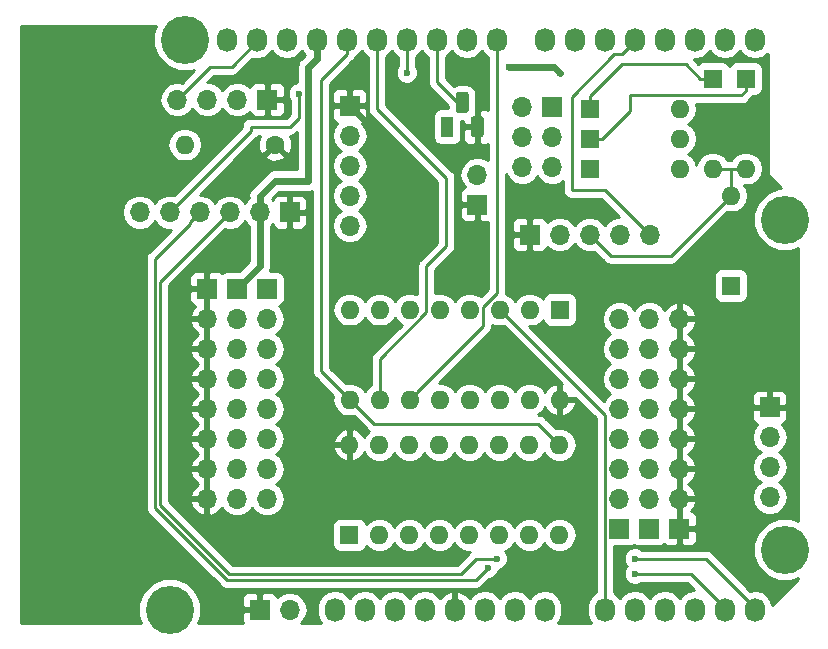
<source format=gbr>
G04 #@! TF.GenerationSoftware,KiCad,Pcbnew,(5.0.1)-4*
G04 #@! TF.CreationDate,2019-02-10T23:22:42-08:00*
G04 #@! TF.ProjectId,Shield,536869656C642E6B696361645F706362,rev?*
G04 #@! TF.SameCoordinates,Original*
G04 #@! TF.FileFunction,Copper,L1,Top,Signal*
G04 #@! TF.FilePolarity,Positive*
%FSLAX46Y46*%
G04 Gerber Fmt 4.6, Leading zero omitted, Abs format (unit mm)*
G04 Created by KiCad (PCBNEW (5.0.1)-4) date 2/10/2019 11:22:42 PM*
%MOMM*%
%LPD*%
G01*
G04 APERTURE LIST*
G04 #@! TA.AperFunction,ComponentPad*
%ADD10O,1.727200X2.032000*%
G04 #@! TD*
G04 #@! TA.AperFunction,ComponentPad*
%ADD11C,4.064000*%
G04 #@! TD*
G04 #@! TA.AperFunction,ComponentPad*
%ADD12O,1.600000X1.600000*%
G04 #@! TD*
G04 #@! TA.AperFunction,ComponentPad*
%ADD13R,1.600000X1.600000*%
G04 #@! TD*
G04 #@! TA.AperFunction,ComponentPad*
%ADD14O,1.700000X1.700000*%
G04 #@! TD*
G04 #@! TA.AperFunction,ComponentPad*
%ADD15R,1.700000X1.700000*%
G04 #@! TD*
G04 #@! TA.AperFunction,ComponentPad*
%ADD16R,1.100000X1.800000*%
G04 #@! TD*
G04 #@! TA.AperFunction,Conductor*
%ADD17C,0.100000*%
G04 #@! TD*
G04 #@! TA.AperFunction,ComponentPad*
%ADD18C,1.100000*%
G04 #@! TD*
G04 #@! TA.AperFunction,ComponentPad*
%ADD19C,1.600000*%
G04 #@! TD*
G04 #@! TA.AperFunction,ViaPad*
%ADD20C,0.600000*%
G04 #@! TD*
G04 #@! TA.AperFunction,Conductor*
%ADD21C,0.600000*%
G04 #@! TD*
G04 #@! TA.AperFunction,Conductor*
%ADD22C,0.250000*%
G04 #@! TD*
G04 #@! TA.AperFunction,Conductor*
%ADD23C,0.254000*%
G04 #@! TD*
G04 APERTURE END LIST*
D10*
G04 #@! TO.P,P1,1*
G04 #@! TO.N,Net-(P1-Pad1)*
X138938000Y-123825000D03*
G04 #@! TO.P,P1,2*
G04 #@! TO.N,/IOREF*
X141478000Y-123825000D03*
G04 #@! TO.P,P1,3*
G04 #@! TO.N,/Reset*
X144018000Y-123825000D03*
G04 #@! TO.P,P1,4*
G04 #@! TO.N,+3V3*
X146558000Y-123825000D03*
G04 #@! TO.P,P1,5*
G04 #@! TO.N,+5V*
X149098000Y-123825000D03*
G04 #@! TO.P,P1,6*
G04 #@! TO.N,GND*
X151638000Y-123825000D03*
G04 #@! TO.P,P1,7*
X154178000Y-123825000D03*
G04 #@! TO.P,P1,8*
G04 #@! TO.N,/Vin*
X156718000Y-123825000D03*
G04 #@! TD*
G04 #@! TO.P,P2,1*
G04 #@! TO.N,/A0*
X161798000Y-123825000D03*
G04 #@! TO.P,P2,2*
G04 #@! TO.N,/A1*
X164338000Y-123825000D03*
G04 #@! TO.P,P2,3*
G04 #@! TO.N,/A2*
X166878000Y-123825000D03*
G04 #@! TO.P,P2,4*
G04 #@! TO.N,/A3*
X169418000Y-123825000D03*
G04 #@! TO.P,P2,5*
G04 #@! TO.N,/A4(SDA)*
X171958000Y-123825000D03*
G04 #@! TO.P,P2,6*
G04 #@! TO.N,/A5(SCL)*
X174498000Y-123825000D03*
G04 #@! TD*
G04 #@! TO.P,P3,1*
G04 #@! TO.N,/A5(SCL)*
X129794000Y-75565000D03*
G04 #@! TO.P,P3,2*
G04 #@! TO.N,/A4(SDA)*
X132334000Y-75565000D03*
G04 #@! TO.P,P3,3*
G04 #@! TO.N,/AREF*
X134874000Y-75565000D03*
G04 #@! TO.P,P3,4*
G04 #@! TO.N,GND*
X137414000Y-75565000D03*
G04 #@! TO.P,P3,5*
G04 #@! TO.N,/13(SCK)*
X139954000Y-75565000D03*
G04 #@! TO.P,P3,6*
G04 #@! TO.N,/12(MISO)*
X142494000Y-75565000D03*
G04 #@! TO.P,P3,7*
G04 #@! TO.N,/11(\002A\002A/MOSI)*
X145034000Y-75565000D03*
G04 #@! TO.P,P3,8*
G04 #@! TO.N,/10(\002A\002A/SS)*
X147574000Y-75565000D03*
G04 #@! TO.P,P3,9*
G04 #@! TO.N,/9(\002A\002A)*
X150114000Y-75565000D03*
G04 #@! TO.P,P3,10*
G04 #@! TO.N,/8*
X152654000Y-75565000D03*
G04 #@! TD*
G04 #@! TO.P,P4,1*
G04 #@! TO.N,/7*
X156718000Y-75565000D03*
G04 #@! TO.P,P4,2*
G04 #@! TO.N,/6(\002A\002A)*
X159258000Y-75565000D03*
G04 #@! TO.P,P4,3*
G04 #@! TO.N,/5(\002A\002A)*
X161798000Y-75565000D03*
G04 #@! TO.P,P4,4*
G04 #@! TO.N,/4*
X164338000Y-75565000D03*
G04 #@! TO.P,P4,5*
G04 #@! TO.N,/3(\002A\002A)*
X166878000Y-75565000D03*
G04 #@! TO.P,P4,6*
G04 #@! TO.N,/2*
X169418000Y-75565000D03*
G04 #@! TO.P,P4,7*
G04 #@! TO.N,/1(Tx)*
X171958000Y-75565000D03*
G04 #@! TO.P,P4,8*
G04 #@! TO.N,/0(Rx)*
X174498000Y-75565000D03*
G04 #@! TD*
D11*
G04 #@! TO.P,P5,1*
G04 #@! TO.N,Net-(P5-Pad1)*
X124968000Y-123825000D03*
G04 #@! TD*
G04 #@! TO.P,P6,1*
G04 #@! TO.N,Net-(P6-Pad1)*
X177038000Y-118745000D03*
G04 #@! TD*
G04 #@! TO.P,P7,1*
G04 #@! TO.N,Net-(P7-Pad1)*
X126238000Y-75565000D03*
G04 #@! TD*
G04 #@! TO.P,P8,1*
G04 #@! TO.N,Net-(P8-Pad1)*
X177038000Y-90805000D03*
G04 #@! TD*
D12*
G04 #@! TO.P,D1,2*
G04 #@! TO.N,/Ltest*
X170942000Y-86487000D03*
D13*
G04 #@! TO.P,D1,1*
G04 #@! TO.N,Net-(D1-Pad1)*
X170942000Y-78867000D03*
G04 #@! TD*
G04 #@! TO.P,D2,1*
G04 #@! TO.N,Net-(D2-Pad1)*
X173736000Y-78867000D03*
D12*
G04 #@! TO.P,D2,2*
G04 #@! TO.N,/Ltest*
X173736000Y-86487000D03*
G04 #@! TD*
D13*
G04 #@! TO.P,D3,1*
G04 #@! TO.N,Net-(D3-Pad1)*
X172466000Y-96393000D03*
D12*
G04 #@! TO.P,D3,2*
G04 #@! TO.N,/Ltest*
X172466000Y-88773000D03*
G04 #@! TD*
D14*
G04 #@! TO.P,J1,8*
G04 #@! TO.N,/Crx*
X163042662Y-99206304D03*
G04 #@! TO.P,J1,7*
G04 #@! TO.N,/Ctx*
X163042662Y-101746304D03*
G04 #@! TO.P,J1,6*
G04 #@! TO.N,/Cty*
X163042662Y-104286304D03*
G04 #@! TO.P,J1,5*
G04 #@! TO.N,/Cry*
X163042662Y-106826304D03*
G04 #@! TO.P,J1,4*
G04 #@! TO.N,/Thr*
X163042662Y-109366304D03*
G04 #@! TO.P,J1,3*
G04 #@! TO.N,/T_x*
X163042662Y-111906304D03*
G04 #@! TO.P,J1,2*
G04 #@! TO.N,/T_y*
X163042662Y-114446304D03*
D15*
G04 #@! TO.P,J1,1*
G04 #@! TO.N,/T_z*
X163042662Y-116986304D03*
G04 #@! TD*
G04 #@! TO.P,J2,1*
G04 #@! TO.N,/R_z*
X133197662Y-96666304D03*
D14*
G04 #@! TO.P,J2,2*
G04 #@! TO.N,/R_y*
X133197662Y-99206304D03*
G04 #@! TO.P,J2,3*
G04 #@! TO.N,/R_x*
X133197662Y-101746304D03*
G04 #@! TO.P,J2,4*
G04 #@! TO.N,/Au1*
X133197662Y-104286304D03*
G04 #@! TO.P,J2,5*
G04 #@! TO.N,/Au3*
X133197662Y-106826304D03*
G04 #@! TO.P,J2,6*
G04 #@! TO.N,/Au5*
X133197662Y-109366304D03*
G04 #@! TO.P,J2,7*
G04 #@! TO.N,/Au4*
X133197662Y-111906304D03*
G04 #@! TO.P,J2,8*
G04 #@! TO.N,/Au2*
X133197662Y-114446304D03*
G04 #@! TD*
D15*
G04 #@! TO.P,J3,1*
G04 #@! TO.N,+5V*
X168122662Y-116986304D03*
D14*
G04 #@! TO.P,J3,2*
X168122662Y-114446304D03*
G04 #@! TO.P,J3,3*
X168122662Y-111906304D03*
G04 #@! TO.P,J3,4*
X168122662Y-109366304D03*
G04 #@! TO.P,J3,5*
X168122662Y-106826304D03*
G04 #@! TO.P,J3,6*
X168122662Y-104286304D03*
G04 #@! TO.P,J3,7*
X168122662Y-101746304D03*
G04 #@! TO.P,J3,8*
X168122662Y-99206304D03*
G04 #@! TD*
D15*
G04 #@! TO.P,J4,1*
G04 #@! TO.N,+5V*
X128117662Y-96666304D03*
D14*
G04 #@! TO.P,J4,2*
X128117662Y-99206304D03*
G04 #@! TO.P,J4,3*
X128117662Y-101746304D03*
G04 #@! TO.P,J4,4*
X128117662Y-104286304D03*
G04 #@! TO.P,J4,5*
X128117662Y-106826304D03*
G04 #@! TO.P,J4,6*
X128117662Y-109366304D03*
G04 #@! TO.P,J4,7*
X128117662Y-111906304D03*
G04 #@! TO.P,J4,8*
X128117662Y-114446304D03*
G04 #@! TD*
G04 #@! TO.P,J5,8*
G04 #@! TO.N,GND*
X165582662Y-99206304D03*
G04 #@! TO.P,J5,7*
X165582662Y-101746304D03*
G04 #@! TO.P,J5,6*
X165582662Y-104286304D03*
G04 #@! TO.P,J5,5*
X165582662Y-106826304D03*
G04 #@! TO.P,J5,4*
X165582662Y-109366304D03*
G04 #@! TO.P,J5,3*
X165582662Y-111906304D03*
G04 #@! TO.P,J5,2*
X165582662Y-114446304D03*
D15*
G04 #@! TO.P,J5,1*
X165582662Y-116986304D03*
G04 #@! TD*
D14*
G04 #@! TO.P,J6,8*
G04 #@! TO.N,GND*
X130657662Y-114446304D03*
G04 #@! TO.P,J6,7*
X130657662Y-111906304D03*
G04 #@! TO.P,J6,6*
X130657662Y-109366304D03*
G04 #@! TO.P,J6,5*
X130657662Y-106826304D03*
G04 #@! TO.P,J6,4*
X130657662Y-104286304D03*
G04 #@! TO.P,J6,3*
X130657662Y-101746304D03*
G04 #@! TO.P,J6,2*
X130657662Y-99206304D03*
D15*
G04 #@! TO.P,J6,1*
X130657662Y-96666304D03*
G04 #@! TD*
D14*
G04 #@! TO.P,J7,4*
G04 #@! TO.N,/A4(SDA)*
X125603000Y-80645000D03*
G04 #@! TO.P,J7,3*
G04 #@! TO.N,/A5(SCL)*
X128143000Y-80645000D03*
G04 #@! TO.P,J7,2*
G04 #@! TO.N,GND*
X130683000Y-80645000D03*
D15*
G04 #@! TO.P,J7,1*
G04 #@! TO.N,+5V*
X133223000Y-80645000D03*
G04 #@! TD*
G04 #@! TO.P,J8,1*
G04 #@! TO.N,+5V*
X135128000Y-90170000D03*
D14*
G04 #@! TO.P,J8,2*
G04 #@! TO.N,GND*
X132588000Y-90170000D03*
G04 #@! TO.P,J8,3*
G04 #@! TO.N,/A5(SCL)*
X130048000Y-90170000D03*
G04 #@! TO.P,J8,4*
G04 #@! TO.N,/A4(SDA)*
X127508000Y-90170000D03*
G04 #@! TO.P,J8,5*
G04 #@! TO.N,/9(\002A\002A)*
X124968000Y-90170000D03*
G04 #@! TO.P,J8,6*
G04 #@! TO.N,/Ltest*
X122428000Y-90170000D03*
G04 #@! TD*
D15*
G04 #@! TO.P,J9,1*
G04 #@! TO.N,+5V*
X155448000Y-92075000D03*
D14*
G04 #@! TO.P,J9,2*
G04 #@! TO.N,GND*
X157988000Y-92075000D03*
G04 #@! TO.P,J9,3*
G04 #@! TO.N,/Ltest*
X160528000Y-92075000D03*
G04 #@! TO.P,J9,4*
G04 #@! TO.N,/7*
X163068000Y-92075000D03*
G04 #@! TO.P,J9,5*
G04 #@! TO.N,/4*
X165608000Y-92075000D03*
G04 #@! TD*
D15*
G04 #@! TO.P,J11,1*
G04 #@! TO.N,+5V*
X175768000Y-106680000D03*
D14*
G04 #@! TO.P,J11,2*
G04 #@! TO.N,GND*
X175768000Y-109220000D03*
G04 #@! TO.P,J11,3*
G04 #@! TO.N,/A2*
X175768000Y-111760000D03*
G04 #@! TO.P,J11,4*
G04 #@! TO.N,/A3*
X175768000Y-114300000D03*
G04 #@! TD*
G04 #@! TO.P,J12,2*
G04 #@! TO.N,/Reset*
X135128000Y-123825000D03*
D15*
G04 #@! TO.P,J12,1*
G04 #@! TO.N,+5V*
X132588000Y-123825000D03*
G04 #@! TD*
G04 #@! TO.P,J14,1*
G04 #@! TO.N,+5V*
X151003000Y-89535000D03*
D14*
G04 #@! TO.P,J14,2*
G04 #@! TO.N,Net-(J14-Pad2)*
X151003000Y-86995000D03*
G04 #@! TD*
D16*
G04 #@! TO.P,Q2,1*
G04 #@! TO.N,Net-(J14-Pad2)*
X148463000Y-82950000D03*
D17*
G04 #@! TD*
G04 #@! TO.N,+5V*
G04 #@! TO.C,Q2*
G36*
X151304955Y-82051324D02*
X151331650Y-82055284D01*
X151357828Y-82061841D01*
X151383238Y-82070933D01*
X151407634Y-82082472D01*
X151430782Y-82096346D01*
X151452458Y-82112422D01*
X151472454Y-82130546D01*
X151490578Y-82150542D01*
X151506654Y-82172218D01*
X151520528Y-82195366D01*
X151532067Y-82219762D01*
X151541159Y-82245172D01*
X151547716Y-82271350D01*
X151551676Y-82298045D01*
X151553000Y-82325000D01*
X151553000Y-83575000D01*
X151551676Y-83601955D01*
X151547716Y-83628650D01*
X151541159Y-83654828D01*
X151532067Y-83680238D01*
X151520528Y-83704634D01*
X151506654Y-83727782D01*
X151490578Y-83749458D01*
X151472454Y-83769454D01*
X151452458Y-83787578D01*
X151430782Y-83803654D01*
X151407634Y-83817528D01*
X151383238Y-83829067D01*
X151357828Y-83838159D01*
X151331650Y-83844716D01*
X151304955Y-83848676D01*
X151278000Y-83850000D01*
X150728000Y-83850000D01*
X150701045Y-83848676D01*
X150674350Y-83844716D01*
X150648172Y-83838159D01*
X150622762Y-83829067D01*
X150598366Y-83817528D01*
X150575218Y-83803654D01*
X150553542Y-83787578D01*
X150533546Y-83769454D01*
X150515422Y-83749458D01*
X150499346Y-83727782D01*
X150485472Y-83704634D01*
X150473933Y-83680238D01*
X150464841Y-83654828D01*
X150458284Y-83628650D01*
X150454324Y-83601955D01*
X150453000Y-83575000D01*
X150453000Y-82325000D01*
X150454324Y-82298045D01*
X150458284Y-82271350D01*
X150464841Y-82245172D01*
X150473933Y-82219762D01*
X150485472Y-82195366D01*
X150499346Y-82172218D01*
X150515422Y-82150542D01*
X150533546Y-82130546D01*
X150553542Y-82112422D01*
X150575218Y-82096346D01*
X150598366Y-82082472D01*
X150622762Y-82070933D01*
X150648172Y-82061841D01*
X150674350Y-82055284D01*
X150701045Y-82051324D01*
X150728000Y-82050000D01*
X151278000Y-82050000D01*
X151304955Y-82051324D01*
X151304955Y-82051324D01*
G37*
D18*
G04 #@! TO.P,Q2,3*
G04 #@! TO.N,+5V*
X151003000Y-82950000D03*
D17*
G04 #@! TD*
G04 #@! TO.N,/10(\002A\002A/SS)*
G04 #@! TO.C,Q2*
G36*
X150034955Y-79981324D02*
X150061650Y-79985284D01*
X150087828Y-79991841D01*
X150113238Y-80000933D01*
X150137634Y-80012472D01*
X150160782Y-80026346D01*
X150182458Y-80042422D01*
X150202454Y-80060546D01*
X150220578Y-80080542D01*
X150236654Y-80102218D01*
X150250528Y-80125366D01*
X150262067Y-80149762D01*
X150271159Y-80175172D01*
X150277716Y-80201350D01*
X150281676Y-80228045D01*
X150283000Y-80255000D01*
X150283000Y-81505000D01*
X150281676Y-81531955D01*
X150277716Y-81558650D01*
X150271159Y-81584828D01*
X150262067Y-81610238D01*
X150250528Y-81634634D01*
X150236654Y-81657782D01*
X150220578Y-81679458D01*
X150202454Y-81699454D01*
X150182458Y-81717578D01*
X150160782Y-81733654D01*
X150137634Y-81747528D01*
X150113238Y-81759067D01*
X150087828Y-81768159D01*
X150061650Y-81774716D01*
X150034955Y-81778676D01*
X150008000Y-81780000D01*
X149458000Y-81780000D01*
X149431045Y-81778676D01*
X149404350Y-81774716D01*
X149378172Y-81768159D01*
X149352762Y-81759067D01*
X149328366Y-81747528D01*
X149305218Y-81733654D01*
X149283542Y-81717578D01*
X149263546Y-81699454D01*
X149245422Y-81679458D01*
X149229346Y-81657782D01*
X149215472Y-81634634D01*
X149203933Y-81610238D01*
X149194841Y-81584828D01*
X149188284Y-81558650D01*
X149184324Y-81531955D01*
X149183000Y-81505000D01*
X149183000Y-80255000D01*
X149184324Y-80228045D01*
X149188284Y-80201350D01*
X149194841Y-80175172D01*
X149203933Y-80149762D01*
X149215472Y-80125366D01*
X149229346Y-80102218D01*
X149245422Y-80080542D01*
X149263546Y-80060546D01*
X149283542Y-80042422D01*
X149305218Y-80026346D01*
X149328366Y-80012472D01*
X149352762Y-80000933D01*
X149378172Y-79991841D01*
X149404350Y-79985284D01*
X149431045Y-79981324D01*
X149458000Y-79980000D01*
X150008000Y-79980000D01*
X150034955Y-79981324D01*
X150034955Y-79981324D01*
G37*
D18*
G04 #@! TO.P,Q2,2*
G04 #@! TO.N,/10(\002A\002A/SS)*
X149733000Y-80880000D03*
G04 #@! TD*
D19*
G04 #@! TO.P,R1,1*
G04 #@! TO.N,+5V*
X133858000Y-84455000D03*
D12*
G04 #@! TO.P,R1,2*
G04 #@! TO.N,/Ltest*
X126238000Y-84455000D03*
G04 #@! TD*
D13*
G04 #@! TO.P,U1,1*
G04 #@! TO.N,/Crx*
X157988000Y-98425000D03*
D12*
G04 #@! TO.P,U1,9*
G04 #@! TO.N,/13(SCK)*
X140208000Y-106045000D03*
G04 #@! TO.P,U1,2*
G04 #@! TO.N,/Ctx*
X155448000Y-98425000D03*
G04 #@! TO.P,U1,10*
G04 #@! TO.N,/12(MISO)*
X142748000Y-106045000D03*
G04 #@! TO.P,U1,3*
G04 #@! TO.N,/A0*
X152908000Y-98425000D03*
G04 #@! TO.P,U1,11*
G04 #@! TO.N,/8*
X145288000Y-106045000D03*
G04 #@! TO.P,U1,4*
G04 #@! TO.N,/Cty*
X150368000Y-98425000D03*
G04 #@! TO.P,U1,12*
G04 #@! TO.N,/Thr*
X147828000Y-106045000D03*
G04 #@! TO.P,U1,5*
G04 #@! TO.N,/Cry*
X147828000Y-98425000D03*
G04 #@! TO.P,U1,13*
G04 #@! TO.N,/T_x*
X150368000Y-106045000D03*
G04 #@! TO.P,U1,6*
G04 #@! TO.N,GND*
X145288000Y-98425000D03*
G04 #@! TO.P,U1,14*
G04 #@! TO.N,/T_y*
X152908000Y-106045000D03*
G04 #@! TO.P,U1,7*
G04 #@! TO.N,GND*
X142748000Y-98425000D03*
G04 #@! TO.P,U1,15*
G04 #@! TO.N,/T_z*
X155448000Y-106045000D03*
G04 #@! TO.P,U1,8*
G04 #@! TO.N,GND*
X140208000Y-98425000D03*
G04 #@! TO.P,U1,16*
G04 #@! TO.N,+5V*
X157988000Y-106045000D03*
G04 #@! TD*
G04 #@! TO.P,U2,16*
G04 #@! TO.N,+5V*
X140182662Y-109874304D03*
G04 #@! TO.P,U2,8*
G04 #@! TO.N,GND*
X157962662Y-117494304D03*
G04 #@! TO.P,U2,15*
G04 #@! TO.N,/R_z*
X142722662Y-109874304D03*
G04 #@! TO.P,U2,7*
G04 #@! TO.N,GND*
X155422662Y-117494304D03*
G04 #@! TO.P,U2,14*
G04 #@! TO.N,/R_y*
X145262662Y-109874304D03*
G04 #@! TO.P,U2,6*
G04 #@! TO.N,GND*
X152882662Y-117494304D03*
G04 #@! TO.P,U2,13*
G04 #@! TO.N,/R_x*
X147802662Y-109874304D03*
G04 #@! TO.P,U2,5*
G04 #@! TO.N,/Au3*
X150342662Y-117494304D03*
G04 #@! TO.P,U2,12*
G04 #@! TO.N,/Au1*
X150342662Y-109874304D03*
G04 #@! TO.P,U2,4*
G04 #@! TO.N,/Au5*
X147802662Y-117494304D03*
G04 #@! TO.P,U2,11*
G04 #@! TO.N,/8*
X152882662Y-109874304D03*
G04 #@! TO.P,U2,3*
G04 #@! TO.N,/A1*
X145262662Y-117494304D03*
G04 #@! TO.P,U2,10*
G04 #@! TO.N,/12(MISO)*
X155422662Y-109874304D03*
G04 #@! TO.P,U2,2*
G04 #@! TO.N,/Au4*
X142722662Y-117494304D03*
G04 #@! TO.P,U2,9*
G04 #@! TO.N,/13(SCK)*
X157962662Y-109874304D03*
D13*
G04 #@! TO.P,U2,1*
G04 #@! TO.N,/Au2*
X140182662Y-117494304D03*
G04 #@! TD*
D15*
G04 #@! TO.P,J10,1*
G04 #@! TO.N,Net-(D1-Pad1)*
X157353000Y-81280000D03*
D14*
G04 #@! TO.P,J10,2*
G04 #@! TO.N,GND*
X154813000Y-81280000D03*
G04 #@! TO.P,J10,3*
G04 #@! TO.N,Net-(D2-Pad1)*
X157353000Y-83820000D03*
G04 #@! TO.P,J10,4*
G04 #@! TO.N,GND*
X154813000Y-83820000D03*
G04 #@! TO.P,J10,5*
G04 #@! TO.N,Net-(D3-Pad1)*
X157353000Y-86360000D03*
G04 #@! TO.P,J10,6*
G04 #@! TO.N,GND*
X154813000Y-86360000D03*
G04 #@! TD*
D13*
G04 #@! TO.P,D4,1*
G04 #@! TO.N,Net-(D1-Pad1)*
X160528000Y-81407000D03*
D12*
G04 #@! TO.P,D4,2*
G04 #@! TO.N,/3(\002A\002A)*
X168148000Y-81407000D03*
G04 #@! TD*
G04 #@! TO.P,D5,2*
G04 #@! TO.N,/5(\002A\002A)*
X168148000Y-83947000D03*
D13*
G04 #@! TO.P,D5,1*
G04 #@! TO.N,Net-(D2-Pad1)*
X160528000Y-83947000D03*
G04 #@! TD*
G04 #@! TO.P,D6,1*
G04 #@! TO.N,Net-(D3-Pad1)*
X160528000Y-86487000D03*
D12*
G04 #@! TO.P,D6,2*
G04 #@! TO.N,/6(\002A\002A)*
X168148000Y-86487000D03*
G04 #@! TD*
D15*
G04 #@! TO.P,J13,1*
G04 #@! TO.N,+5V*
X140208000Y-81153000D03*
D14*
G04 #@! TO.P,J13,2*
G04 #@! TO.N,GND*
X140208000Y-83693000D03*
G04 #@! TO.P,J13,3*
G04 #@! TO.N,/A5(SCL)*
X140208000Y-86233000D03*
G04 #@! TO.P,J13,4*
G04 #@! TO.N,/A4(SDA)*
X140208000Y-88773000D03*
G04 #@! TO.P,J13,5*
G04 #@! TO.N,/11(\002A\002A/MOSI)*
X140208000Y-91313000D03*
G04 #@! TD*
D20*
G04 #@! TO.N,+5V*
X144018000Y-89535000D03*
G04 #@! TO.N,GND*
X157988000Y-78359000D03*
X153670000Y-77851000D03*
X136652000Y-83693000D03*
G04 #@! TO.N,/A4(SDA)*
X164338000Y-120777000D03*
G04 #@! TO.N,/A5(SCL)*
X164338000Y-119507000D03*
X152654000Y-119507000D03*
G04 #@! TO.N,/A4(SDA)*
X151892000Y-120269000D03*
G04 #@! TO.N,/9(\002A\002A)*
X135890000Y-80137000D03*
G04 #@! TO.N,/11(\002A\002A/MOSI)*
X145034000Y-78359000D03*
G04 #@! TD*
D21*
G04 #@! TO.N,+5V*
X144018000Y-89110736D02*
X143256000Y-88348736D01*
X144018000Y-89535000D02*
X144018000Y-89110736D01*
X143256000Y-84201000D02*
X140208000Y-81153000D01*
X143256000Y-88348736D02*
X143256000Y-84201000D01*
G04 #@! TO.N,GND*
X132588000Y-94735966D02*
X130657662Y-96666304D01*
X132588000Y-90170000D02*
X132588000Y-94735966D01*
X157480000Y-77851000D02*
X157988000Y-78359000D01*
X153670000Y-77851000D02*
X157480000Y-77851000D01*
X136690001Y-77904999D02*
X136690001Y-83654999D01*
X137414000Y-75565000D02*
X137414000Y-77181000D01*
X137414000Y-77181000D02*
X136690001Y-77904999D01*
X132588000Y-90170000D02*
X132588000Y-88773000D01*
X132588000Y-88773000D02*
X133858000Y-87503000D01*
X133858000Y-87503000D02*
X136652000Y-87503000D01*
X136652000Y-87503000D02*
X136652000Y-83693000D01*
D22*
G04 #@! TO.N,/A0*
X161798000Y-107315000D02*
X152908000Y-98425000D01*
X161798000Y-123825000D02*
X161798000Y-107315000D01*
G04 #@! TO.N,/A4(SDA)*
X171958000Y-123825000D02*
X171958000Y-123672600D01*
X132334000Y-75717400D02*
X130200400Y-77851000D01*
X132334000Y-75565000D02*
X132334000Y-75717400D01*
X128397000Y-77851000D02*
X125603000Y-80645000D01*
X130200400Y-77851000D02*
X128397000Y-77851000D01*
X171958000Y-123672600D02*
X169062400Y-120777000D01*
X169062400Y-120777000D02*
X164338000Y-120777000D01*
G04 #@! TO.N,/A5(SCL)*
X149606000Y-120777000D02*
X150876000Y-119507000D01*
X129990010Y-120777000D02*
X149606000Y-120777000D01*
X124148010Y-114935000D02*
X129990010Y-120777000D01*
X124148010Y-96069990D02*
X124148010Y-114935000D01*
X130048000Y-90170000D02*
X124148010Y-96069990D01*
G04 #@! TO.N,/A4(SDA)*
X169062400Y-120777000D02*
X164762264Y-120777000D01*
G04 #@! TO.N,/A5(SCL)*
X174498000Y-123825000D02*
X174498000Y-123672600D01*
X174498000Y-123672600D02*
X171094400Y-120269000D01*
X171094400Y-120269000D02*
X170840400Y-120015000D01*
X170332400Y-119507000D02*
X171094400Y-120269000D01*
X164338000Y-119507000D02*
X170332400Y-119507000D01*
G04 #@! TO.N,/A4(SDA)*
X126658001Y-91019999D02*
X126658001Y-91146999D01*
X127508000Y-90170000D02*
X126658001Y-91019999D01*
X126658001Y-91146999D02*
X123698000Y-94107000D01*
X123698000Y-94107000D02*
X123698000Y-115189000D01*
X123698000Y-115189000D02*
X129794000Y-121285000D01*
X151892000Y-120269000D02*
X150876000Y-121285000D01*
X129794000Y-121285000D02*
X150876000Y-121285000D01*
G04 #@! TO.N,/A5(SCL)*
X150876000Y-119507000D02*
X152654000Y-119507000D01*
G04 #@! TO.N,/9(\002A\002A)*
X150114000Y-75412600D02*
X150114000Y-75565000D01*
X124968000Y-90170000D02*
X131826000Y-83312000D01*
X135890000Y-80137000D02*
X135890000Y-82169000D01*
X135890000Y-82169000D02*
X135128000Y-82931000D01*
X135128000Y-82931000D02*
X131826000Y-82931000D01*
X131826000Y-82931000D02*
X131826000Y-83312000D01*
G04 #@! TO.N,/8*
X146087999Y-105245001D02*
X145288000Y-106045000D01*
X151493001Y-99839999D02*
X146087999Y-105245001D01*
X151493001Y-98174997D02*
X151493001Y-99839999D01*
X152654000Y-97013998D02*
X151493001Y-98174997D01*
X152654000Y-75565000D02*
X152654000Y-97013998D01*
G04 #@! TO.N,/4*
X164338000Y-90805000D02*
X165608000Y-92075000D01*
X161798000Y-88265000D02*
X165608000Y-92075000D01*
X164338000Y-75717400D02*
X163224400Y-76831000D01*
X162564000Y-76831000D02*
X159004000Y-80391000D01*
X159004000Y-80391000D02*
X159004000Y-88265000D01*
X164338000Y-75565000D02*
X164338000Y-75717400D01*
X163224400Y-76831000D02*
X162564000Y-76831000D01*
X159004000Y-88265000D02*
X161798000Y-88265000D01*
G04 #@! TO.N,/13(SCK)*
X157962662Y-109874304D02*
X156165358Y-108077000D01*
X142240000Y-108077000D02*
X140208000Y-106045000D01*
X156165358Y-108077000D02*
X142240000Y-108077000D01*
X139408001Y-105245001D02*
X140208000Y-106045000D01*
X137812999Y-103649999D02*
X139408001Y-105245001D01*
X137812999Y-78972001D02*
X137812999Y-103649999D01*
X139954000Y-76831000D02*
X137812999Y-78972001D01*
X139954000Y-75565000D02*
X139954000Y-76831000D01*
G04 #@! TO.N,/10(\002A\002A/SS)*
X147574000Y-79121000D02*
X149733000Y-81280000D01*
X147574000Y-75565000D02*
X147574000Y-79121000D01*
G04 #@! TO.N,/12(MISO)*
X148368001Y-93085001D02*
X148368001Y-87281001D01*
X146702999Y-94750003D02*
X148368001Y-93085001D01*
X146702999Y-98675003D02*
X146702999Y-94750003D01*
X142748000Y-106045000D02*
X142748000Y-102630002D01*
X142748000Y-102630002D02*
X146702999Y-98675003D01*
X142494000Y-81407000D02*
X142494000Y-75565000D01*
X148368001Y-87281001D02*
X142494000Y-81407000D01*
G04 #@! TO.N,/11(\002A\002A/MOSI)*
X145034000Y-75565000D02*
X145034000Y-78359000D01*
G04 #@! TO.N,/Ltest*
X170942000Y-86487000D02*
X172466000Y-86487000D01*
X172466000Y-86487000D02*
X172466000Y-88773000D01*
X172466000Y-86487000D02*
X173736000Y-86487000D01*
X172466000Y-88773000D02*
X167386000Y-93853000D01*
X162306000Y-93853000D02*
X160528000Y-92075000D01*
X167386000Y-93853000D02*
X162306000Y-93853000D01*
G04 #@! TO.N,Net-(D1-Pad1)*
X160528000Y-80357000D02*
X163288000Y-77597000D01*
X160528000Y-81407000D02*
X160528000Y-80357000D01*
X163288000Y-77597000D02*
X168656000Y-77597000D01*
X169892000Y-78867000D02*
X170942000Y-78867000D01*
X168656000Y-77631000D02*
X169892000Y-78867000D01*
X168656000Y-77597000D02*
X168656000Y-77631000D01*
G04 #@! TO.N,Net-(D2-Pad1)*
X173371001Y-80281999D02*
X163939001Y-80281999D01*
X173736000Y-78867000D02*
X173736000Y-79917000D01*
X173736000Y-79917000D02*
X173371001Y-80281999D01*
X161578000Y-83947000D02*
X160528000Y-83947000D01*
X163939001Y-81585999D02*
X161578000Y-83947000D01*
X163939001Y-80281999D02*
X163939001Y-81585999D01*
G04 #@! TD*
D23*
G04 #@! TO.N,+5V*
G36*
X123571000Y-75034501D02*
X123571000Y-76095499D01*
X123977026Y-77075734D01*
X124727266Y-77825974D01*
X125707501Y-78232000D01*
X126768499Y-78232000D01*
X127063315Y-78109883D01*
X125969408Y-79203791D01*
X125749256Y-79160000D01*
X125456744Y-79160000D01*
X125023582Y-79246161D01*
X124532375Y-79574375D01*
X124204161Y-80065582D01*
X124088908Y-80645000D01*
X124204161Y-81224418D01*
X124532375Y-81715625D01*
X125023582Y-82043839D01*
X125456744Y-82130000D01*
X125749256Y-82130000D01*
X126182418Y-82043839D01*
X126673625Y-81715625D01*
X126873000Y-81417239D01*
X127072375Y-81715625D01*
X127563582Y-82043839D01*
X127996744Y-82130000D01*
X128289256Y-82130000D01*
X128722418Y-82043839D01*
X129213625Y-81715625D01*
X129413000Y-81417239D01*
X129612375Y-81715625D01*
X130103582Y-82043839D01*
X130536744Y-82130000D01*
X130829256Y-82130000D01*
X131262418Y-82043839D01*
X131753625Y-81715625D01*
X131768096Y-81693967D01*
X131834673Y-81854698D01*
X132013301Y-82033327D01*
X132246690Y-82130000D01*
X132937250Y-82130000D01*
X133096000Y-81971250D01*
X133096000Y-80772000D01*
X133350000Y-80772000D01*
X133350000Y-81971250D01*
X133508750Y-82130000D01*
X134199310Y-82130000D01*
X134432699Y-82033327D01*
X134611327Y-81854698D01*
X134708000Y-81621309D01*
X134708000Y-80930750D01*
X134549250Y-80772000D01*
X133350000Y-80772000D01*
X133096000Y-80772000D01*
X133076000Y-80772000D01*
X133076000Y-80518000D01*
X133096000Y-80518000D01*
X133096000Y-79318750D01*
X133350000Y-79318750D01*
X133350000Y-80518000D01*
X134549250Y-80518000D01*
X134708000Y-80359250D01*
X134708000Y-79668691D01*
X134611327Y-79435302D01*
X134432699Y-79256673D01*
X134199310Y-79160000D01*
X133508750Y-79160000D01*
X133350000Y-79318750D01*
X133096000Y-79318750D01*
X132937250Y-79160000D01*
X132246690Y-79160000D01*
X132013301Y-79256673D01*
X131834673Y-79435302D01*
X131768096Y-79596033D01*
X131753625Y-79574375D01*
X131262418Y-79246161D01*
X130829256Y-79160000D01*
X130536744Y-79160000D01*
X130103582Y-79246161D01*
X129612375Y-79574375D01*
X129413000Y-79872761D01*
X129213625Y-79574375D01*
X128722418Y-79246161D01*
X128289256Y-79160000D01*
X128162802Y-79160000D01*
X128711802Y-78611000D01*
X130125553Y-78611000D01*
X130200400Y-78625888D01*
X130275247Y-78611000D01*
X130275252Y-78611000D01*
X130496937Y-78566904D01*
X130748329Y-78398929D01*
X130790731Y-78335470D01*
X131956026Y-77170175D01*
X132334000Y-77245359D01*
X132918725Y-77129050D01*
X133414430Y-76797830D01*
X133604000Y-76514119D01*
X133793570Y-76797830D01*
X134289276Y-77129050D01*
X134874000Y-77245359D01*
X135458725Y-77129050D01*
X135954430Y-76797830D01*
X136144000Y-76514119D01*
X136333570Y-76797830D01*
X136418279Y-76854431D01*
X136093973Y-77178738D01*
X136015904Y-77230902D01*
X135845333Y-77486181D01*
X135809251Y-77540181D01*
X135736684Y-77904999D01*
X135755001Y-77997085D01*
X135755001Y-79202000D01*
X135704017Y-79202000D01*
X135360365Y-79344345D01*
X135097345Y-79607365D01*
X134955000Y-79951017D01*
X134955000Y-80322983D01*
X135097345Y-80666635D01*
X135130000Y-80699290D01*
X135130001Y-81854197D01*
X134813199Y-82171000D01*
X131900852Y-82171000D01*
X131826000Y-82156111D01*
X131751148Y-82171000D01*
X131529463Y-82215096D01*
X131278071Y-82383071D01*
X131110096Y-82634463D01*
X131051111Y-82931000D01*
X131064564Y-82998634D01*
X125334408Y-88728791D01*
X125114256Y-88685000D01*
X124821744Y-88685000D01*
X124388582Y-88771161D01*
X123897375Y-89099375D01*
X123698000Y-89397761D01*
X123498625Y-89099375D01*
X123007418Y-88771161D01*
X122574256Y-88685000D01*
X122281744Y-88685000D01*
X121848582Y-88771161D01*
X121357375Y-89099375D01*
X121029161Y-89590582D01*
X120913908Y-90170000D01*
X121029161Y-90749418D01*
X121357375Y-91240625D01*
X121848582Y-91568839D01*
X122281744Y-91655000D01*
X122574256Y-91655000D01*
X123007418Y-91568839D01*
X123498625Y-91240625D01*
X123698000Y-90942239D01*
X123897375Y-91240625D01*
X124388582Y-91568839D01*
X124821744Y-91655000D01*
X125075198Y-91655000D01*
X123213530Y-93516669D01*
X123150071Y-93559071D01*
X122982096Y-93810464D01*
X122938000Y-94032149D01*
X122938000Y-94032153D01*
X122923112Y-94107000D01*
X122938000Y-94181847D01*
X122938001Y-115114148D01*
X122923112Y-115189000D01*
X122982097Y-115485537D01*
X123098706Y-115660054D01*
X123150072Y-115736929D01*
X123213528Y-115779329D01*
X129203671Y-121769473D01*
X129246071Y-121832929D01*
X129497463Y-122000904D01*
X129719148Y-122045000D01*
X129719153Y-122045000D01*
X129794000Y-122059888D01*
X129868847Y-122045000D01*
X150801153Y-122045000D01*
X150876000Y-122059888D01*
X150950847Y-122045000D01*
X150950852Y-122045000D01*
X151172537Y-122000904D01*
X151423929Y-121832929D01*
X151466331Y-121769470D01*
X152031802Y-121204000D01*
X152077983Y-121204000D01*
X152421635Y-121061655D01*
X152684655Y-120798635D01*
X152827000Y-120454983D01*
X152827000Y-120442000D01*
X152839983Y-120442000D01*
X153183635Y-120299655D01*
X153446655Y-120036635D01*
X153589000Y-119692983D01*
X153589000Y-119321017D01*
X153446655Y-118977365D01*
X153336444Y-118867154D01*
X153442571Y-118846044D01*
X153917239Y-118528881D01*
X154152662Y-118176546D01*
X154388085Y-118528881D01*
X154862753Y-118846044D01*
X155281329Y-118929304D01*
X155563995Y-118929304D01*
X155982571Y-118846044D01*
X156457239Y-118528881D01*
X156692662Y-118176546D01*
X156928085Y-118528881D01*
X157402753Y-118846044D01*
X157821329Y-118929304D01*
X158103995Y-118929304D01*
X158522571Y-118846044D01*
X158997239Y-118528881D01*
X159314402Y-118054213D01*
X159425775Y-117494304D01*
X159314402Y-116934395D01*
X158997239Y-116459727D01*
X158522571Y-116142564D01*
X158103995Y-116059304D01*
X157821329Y-116059304D01*
X157402753Y-116142564D01*
X156928085Y-116459727D01*
X156692662Y-116812062D01*
X156457239Y-116459727D01*
X155982571Y-116142564D01*
X155563995Y-116059304D01*
X155281329Y-116059304D01*
X154862753Y-116142564D01*
X154388085Y-116459727D01*
X154152662Y-116812062D01*
X153917239Y-116459727D01*
X153442571Y-116142564D01*
X153023995Y-116059304D01*
X152741329Y-116059304D01*
X152322753Y-116142564D01*
X151848085Y-116459727D01*
X151612662Y-116812062D01*
X151377239Y-116459727D01*
X150902571Y-116142564D01*
X150483995Y-116059304D01*
X150201329Y-116059304D01*
X149782753Y-116142564D01*
X149308085Y-116459727D01*
X149072662Y-116812062D01*
X148837239Y-116459727D01*
X148362571Y-116142564D01*
X147943995Y-116059304D01*
X147661329Y-116059304D01*
X147242753Y-116142564D01*
X146768085Y-116459727D01*
X146532662Y-116812062D01*
X146297239Y-116459727D01*
X145822571Y-116142564D01*
X145403995Y-116059304D01*
X145121329Y-116059304D01*
X144702753Y-116142564D01*
X144228085Y-116459727D01*
X143992662Y-116812062D01*
X143757239Y-116459727D01*
X143282571Y-116142564D01*
X142863995Y-116059304D01*
X142581329Y-116059304D01*
X142162753Y-116142564D01*
X141688085Y-116459727D01*
X141607447Y-116580410D01*
X141580819Y-116446539D01*
X141440471Y-116236495D01*
X141230427Y-116096147D01*
X140982662Y-116046864D01*
X139382662Y-116046864D01*
X139134897Y-116096147D01*
X138924853Y-116236495D01*
X138784505Y-116446539D01*
X138735222Y-116694304D01*
X138735222Y-118294304D01*
X138784505Y-118542069D01*
X138924853Y-118752113D01*
X139134897Y-118892461D01*
X139382662Y-118941744D01*
X140982662Y-118941744D01*
X141230427Y-118892461D01*
X141440471Y-118752113D01*
X141580819Y-118542069D01*
X141607447Y-118408198D01*
X141688085Y-118528881D01*
X142162753Y-118846044D01*
X142581329Y-118929304D01*
X142863995Y-118929304D01*
X143282571Y-118846044D01*
X143757239Y-118528881D01*
X143992662Y-118176546D01*
X144228085Y-118528881D01*
X144702753Y-118846044D01*
X145121329Y-118929304D01*
X145403995Y-118929304D01*
X145822571Y-118846044D01*
X146297239Y-118528881D01*
X146532662Y-118176546D01*
X146768085Y-118528881D01*
X147242753Y-118846044D01*
X147661329Y-118929304D01*
X147943995Y-118929304D01*
X148362571Y-118846044D01*
X148837239Y-118528881D01*
X149072662Y-118176546D01*
X149308085Y-118528881D01*
X149782753Y-118846044D01*
X150201329Y-118929304D01*
X150372620Y-118929304D01*
X150328071Y-118959071D01*
X150285671Y-119022527D01*
X149291199Y-120017000D01*
X130304812Y-120017000D01*
X125091006Y-114803194D01*
X126676186Y-114803194D01*
X126846017Y-115213228D01*
X127236304Y-115641487D01*
X127760770Y-115887790D01*
X127990662Y-115767123D01*
X127990662Y-114573304D01*
X126797507Y-114573304D01*
X126676186Y-114803194D01*
X125091006Y-114803194D01*
X124908010Y-114620199D01*
X124908010Y-112263194D01*
X126676186Y-112263194D01*
X126846017Y-112673228D01*
X127236304Y-113101487D01*
X127395616Y-113176304D01*
X127236304Y-113251121D01*
X126846017Y-113679380D01*
X126676186Y-114089414D01*
X126797507Y-114319304D01*
X127990662Y-114319304D01*
X127990662Y-112033304D01*
X126797507Y-112033304D01*
X126676186Y-112263194D01*
X124908010Y-112263194D01*
X124908010Y-109723194D01*
X126676186Y-109723194D01*
X126846017Y-110133228D01*
X127236304Y-110561487D01*
X127395616Y-110636304D01*
X127236304Y-110711121D01*
X126846017Y-111139380D01*
X126676186Y-111549414D01*
X126797507Y-111779304D01*
X127990662Y-111779304D01*
X127990662Y-109493304D01*
X126797507Y-109493304D01*
X126676186Y-109723194D01*
X124908010Y-109723194D01*
X124908010Y-107183194D01*
X126676186Y-107183194D01*
X126846017Y-107593228D01*
X127236304Y-108021487D01*
X127395616Y-108096304D01*
X127236304Y-108171121D01*
X126846017Y-108599380D01*
X126676186Y-109009414D01*
X126797507Y-109239304D01*
X127990662Y-109239304D01*
X127990662Y-106953304D01*
X126797507Y-106953304D01*
X126676186Y-107183194D01*
X124908010Y-107183194D01*
X124908010Y-104643194D01*
X126676186Y-104643194D01*
X126846017Y-105053228D01*
X127236304Y-105481487D01*
X127395616Y-105556304D01*
X127236304Y-105631121D01*
X126846017Y-106059380D01*
X126676186Y-106469414D01*
X126797507Y-106699304D01*
X127990662Y-106699304D01*
X127990662Y-104413304D01*
X126797507Y-104413304D01*
X126676186Y-104643194D01*
X124908010Y-104643194D01*
X124908010Y-102103194D01*
X126676186Y-102103194D01*
X126846017Y-102513228D01*
X127236304Y-102941487D01*
X127395616Y-103016304D01*
X127236304Y-103091121D01*
X126846017Y-103519380D01*
X126676186Y-103929414D01*
X126797507Y-104159304D01*
X127990662Y-104159304D01*
X127990662Y-101873304D01*
X126797507Y-101873304D01*
X126676186Y-102103194D01*
X124908010Y-102103194D01*
X124908010Y-99563194D01*
X126676186Y-99563194D01*
X126846017Y-99973228D01*
X127236304Y-100401487D01*
X127395616Y-100476304D01*
X127236304Y-100551121D01*
X126846017Y-100979380D01*
X126676186Y-101389414D01*
X126797507Y-101619304D01*
X127990662Y-101619304D01*
X127990662Y-99333304D01*
X126797507Y-99333304D01*
X126676186Y-99563194D01*
X124908010Y-99563194D01*
X124908010Y-96952054D01*
X126632662Y-96952054D01*
X126632662Y-97642614D01*
X126729335Y-97876003D01*
X126907964Y-98054631D01*
X127117540Y-98141440D01*
X126846017Y-98439380D01*
X126676186Y-98849414D01*
X126797507Y-99079304D01*
X127990662Y-99079304D01*
X127990662Y-96793304D01*
X126791412Y-96793304D01*
X126632662Y-96952054D01*
X124908010Y-96952054D01*
X124908010Y-96384791D01*
X125602807Y-95689994D01*
X126632662Y-95689994D01*
X126632662Y-96380554D01*
X126791412Y-96539304D01*
X127990662Y-96539304D01*
X127990662Y-95340054D01*
X127831912Y-95181304D01*
X127141353Y-95181304D01*
X126907964Y-95277977D01*
X126729335Y-95456605D01*
X126632662Y-95689994D01*
X125602807Y-95689994D01*
X129681593Y-91611209D01*
X129901744Y-91655000D01*
X130194256Y-91655000D01*
X130627418Y-91568839D01*
X131118625Y-91240625D01*
X131318000Y-90942239D01*
X131517375Y-91240625D01*
X131653000Y-91331247D01*
X131653001Y-94348675D01*
X130832813Y-95168864D01*
X129807662Y-95168864D01*
X129559897Y-95218147D01*
X129384637Y-95335253D01*
X129327360Y-95277977D01*
X129093971Y-95181304D01*
X128403412Y-95181304D01*
X128244662Y-95340054D01*
X128244662Y-96539304D01*
X128264662Y-96539304D01*
X128264662Y-96793304D01*
X128244662Y-96793304D01*
X128244662Y-99079304D01*
X128264662Y-99079304D01*
X128264662Y-99333304D01*
X128244662Y-99333304D01*
X128244662Y-101619304D01*
X128264662Y-101619304D01*
X128264662Y-101873304D01*
X128244662Y-101873304D01*
X128244662Y-104159304D01*
X128264662Y-104159304D01*
X128264662Y-104413304D01*
X128244662Y-104413304D01*
X128244662Y-106699304D01*
X128264662Y-106699304D01*
X128264662Y-106953304D01*
X128244662Y-106953304D01*
X128244662Y-109239304D01*
X128264662Y-109239304D01*
X128264662Y-109493304D01*
X128244662Y-109493304D01*
X128244662Y-111779304D01*
X128264662Y-111779304D01*
X128264662Y-112033304D01*
X128244662Y-112033304D01*
X128244662Y-114319304D01*
X128264662Y-114319304D01*
X128264662Y-114573304D01*
X128244662Y-114573304D01*
X128244662Y-115767123D01*
X128474554Y-115887790D01*
X128999020Y-115641487D01*
X129386309Y-115216518D01*
X129587037Y-115516929D01*
X130078244Y-115845143D01*
X130511406Y-115931304D01*
X130803918Y-115931304D01*
X131237080Y-115845143D01*
X131728287Y-115516929D01*
X131927662Y-115218543D01*
X132127037Y-115516929D01*
X132618244Y-115845143D01*
X133051406Y-115931304D01*
X133343918Y-115931304D01*
X133777080Y-115845143D01*
X134268287Y-115516929D01*
X134596501Y-115025722D01*
X134711754Y-114446304D01*
X134596501Y-113866886D01*
X134268287Y-113375679D01*
X133969901Y-113176304D01*
X134268287Y-112976929D01*
X134596501Y-112485722D01*
X134711754Y-111906304D01*
X134596501Y-111326886D01*
X134268287Y-110835679D01*
X133969901Y-110636304D01*
X134268287Y-110436929D01*
X134410999Y-110223345D01*
X138790748Y-110223345D01*
X139030273Y-110729438D01*
X139445239Y-111105345D01*
X139833623Y-111266208D01*
X140055662Y-111144219D01*
X140055662Y-110001304D01*
X138912033Y-110001304D01*
X138790748Y-110223345D01*
X134410999Y-110223345D01*
X134596501Y-109945722D01*
X134680135Y-109525263D01*
X138790748Y-109525263D01*
X138912033Y-109747304D01*
X140055662Y-109747304D01*
X140055662Y-108604389D01*
X139833623Y-108482400D01*
X139445239Y-108643263D01*
X139030273Y-109019170D01*
X138790748Y-109525263D01*
X134680135Y-109525263D01*
X134711754Y-109366304D01*
X134596501Y-108786886D01*
X134268287Y-108295679D01*
X133969901Y-108096304D01*
X134268287Y-107896929D01*
X134596501Y-107405722D01*
X134711754Y-106826304D01*
X134596501Y-106246886D01*
X134268287Y-105755679D01*
X133969901Y-105556304D01*
X134268287Y-105356929D01*
X134596501Y-104865722D01*
X134711754Y-104286304D01*
X134596501Y-103706886D01*
X134268287Y-103215679D01*
X133969901Y-103016304D01*
X134268287Y-102816929D01*
X134596501Y-102325722D01*
X134711754Y-101746304D01*
X134596501Y-101166886D01*
X134268287Y-100675679D01*
X133969901Y-100476304D01*
X134268287Y-100276929D01*
X134596501Y-99785722D01*
X134711754Y-99206304D01*
X134596501Y-98626886D01*
X134268287Y-98135679D01*
X134250043Y-98123488D01*
X134295427Y-98114461D01*
X134505471Y-97974113D01*
X134645819Y-97764069D01*
X134695102Y-97516304D01*
X134695102Y-95816304D01*
X134645819Y-95568539D01*
X134505471Y-95358495D01*
X134295427Y-95218147D01*
X134047662Y-95168864D01*
X133423261Y-95168864D01*
X133468750Y-95100785D01*
X133523000Y-94828052D01*
X133523000Y-94828049D01*
X133541316Y-94735967D01*
X133523000Y-94643885D01*
X133523000Y-91331247D01*
X133658625Y-91240625D01*
X133673096Y-91218967D01*
X133739673Y-91379698D01*
X133918301Y-91558327D01*
X134151690Y-91655000D01*
X134842250Y-91655000D01*
X135001000Y-91496250D01*
X135001000Y-90297000D01*
X135255000Y-90297000D01*
X135255000Y-91496250D01*
X135413750Y-91655000D01*
X136104310Y-91655000D01*
X136337699Y-91558327D01*
X136516327Y-91379698D01*
X136613000Y-91146309D01*
X136613000Y-90455750D01*
X136454250Y-90297000D01*
X135255000Y-90297000D01*
X135001000Y-90297000D01*
X134981000Y-90297000D01*
X134981000Y-90043000D01*
X135001000Y-90043000D01*
X135001000Y-88843750D01*
X135255000Y-88843750D01*
X135255000Y-90043000D01*
X136454250Y-90043000D01*
X136613000Y-89884250D01*
X136613000Y-89193691D01*
X136516327Y-88960302D01*
X136337699Y-88781673D01*
X136104310Y-88685000D01*
X135413750Y-88685000D01*
X135255000Y-88843750D01*
X135001000Y-88843750D01*
X134842250Y-88685000D01*
X134151690Y-88685000D01*
X133918301Y-88781673D01*
X133739673Y-88960302D01*
X133673096Y-89121033D01*
X133658625Y-89099375D01*
X133613839Y-89069450D01*
X134245290Y-88438000D01*
X136559914Y-88438000D01*
X136652000Y-88456317D01*
X136744086Y-88438000D01*
X137016819Y-88383750D01*
X137052999Y-88359575D01*
X137053000Y-103575147D01*
X137038111Y-103649999D01*
X137053000Y-103724851D01*
X137097096Y-103946536D01*
X137265071Y-104197928D01*
X137328527Y-104240328D01*
X138809312Y-105721115D01*
X138744887Y-106045000D01*
X138856260Y-106604909D01*
X139173423Y-107079577D01*
X139648091Y-107396740D01*
X140066667Y-107480000D01*
X140349333Y-107480000D01*
X140531886Y-107443688D01*
X141649670Y-108561472D01*
X141692071Y-108624929D01*
X141850812Y-108730996D01*
X141688085Y-108839727D01*
X141431715Y-109223412D01*
X141335051Y-109019170D01*
X140920085Y-108643263D01*
X140531701Y-108482400D01*
X140309662Y-108604389D01*
X140309662Y-109747304D01*
X140329662Y-109747304D01*
X140329662Y-110001304D01*
X140309662Y-110001304D01*
X140309662Y-111144219D01*
X140531701Y-111266208D01*
X140920085Y-111105345D01*
X141335051Y-110729438D01*
X141431715Y-110525196D01*
X141688085Y-110908881D01*
X142162753Y-111226044D01*
X142581329Y-111309304D01*
X142863995Y-111309304D01*
X143282571Y-111226044D01*
X143757239Y-110908881D01*
X143992662Y-110556546D01*
X144228085Y-110908881D01*
X144702753Y-111226044D01*
X145121329Y-111309304D01*
X145403995Y-111309304D01*
X145822571Y-111226044D01*
X146297239Y-110908881D01*
X146532662Y-110556546D01*
X146768085Y-110908881D01*
X147242753Y-111226044D01*
X147661329Y-111309304D01*
X147943995Y-111309304D01*
X148362571Y-111226044D01*
X148837239Y-110908881D01*
X149072662Y-110556546D01*
X149308085Y-110908881D01*
X149782753Y-111226044D01*
X150201329Y-111309304D01*
X150483995Y-111309304D01*
X150902571Y-111226044D01*
X151377239Y-110908881D01*
X151612662Y-110556546D01*
X151848085Y-110908881D01*
X152322753Y-111226044D01*
X152741329Y-111309304D01*
X153023995Y-111309304D01*
X153442571Y-111226044D01*
X153917239Y-110908881D01*
X154152662Y-110556546D01*
X154388085Y-110908881D01*
X154862753Y-111226044D01*
X155281329Y-111309304D01*
X155563995Y-111309304D01*
X155982571Y-111226044D01*
X156457239Y-110908881D01*
X156692662Y-110556546D01*
X156928085Y-110908881D01*
X157402753Y-111226044D01*
X157821329Y-111309304D01*
X158103995Y-111309304D01*
X158522571Y-111226044D01*
X158997239Y-110908881D01*
X159314402Y-110434213D01*
X159425775Y-109874304D01*
X159314402Y-109314395D01*
X158997239Y-108839727D01*
X158522571Y-108522564D01*
X158103995Y-108439304D01*
X157821329Y-108439304D01*
X157638776Y-108475616D01*
X156755689Y-107592530D01*
X156713287Y-107529071D01*
X156461895Y-107361096D01*
X156240210Y-107317000D01*
X156240205Y-107317000D01*
X156165358Y-107302112D01*
X156142821Y-107306595D01*
X156482577Y-107079577D01*
X156738947Y-106695892D01*
X156835611Y-106900134D01*
X157250577Y-107276041D01*
X157638961Y-107436904D01*
X157861000Y-107314915D01*
X157861000Y-106172000D01*
X158115000Y-106172000D01*
X158115000Y-107314915D01*
X158337039Y-107436904D01*
X158725423Y-107276041D01*
X159140389Y-106900134D01*
X159379914Y-106394041D01*
X159258629Y-106172000D01*
X158115000Y-106172000D01*
X157861000Y-106172000D01*
X157841000Y-106172000D01*
X157841000Y-105918000D01*
X157861000Y-105918000D01*
X157861000Y-104775085D01*
X157638961Y-104653096D01*
X157250577Y-104813959D01*
X156835611Y-105189866D01*
X156738947Y-105394108D01*
X156482577Y-105010423D01*
X156007909Y-104693260D01*
X155589333Y-104610000D01*
X155306667Y-104610000D01*
X154888091Y-104693260D01*
X154413423Y-105010423D01*
X154178000Y-105362758D01*
X153942577Y-105010423D01*
X153467909Y-104693260D01*
X153049333Y-104610000D01*
X152766667Y-104610000D01*
X152348091Y-104693260D01*
X151873423Y-105010423D01*
X151638000Y-105362758D01*
X151402577Y-105010423D01*
X150927909Y-104693260D01*
X150509333Y-104610000D01*
X150226667Y-104610000D01*
X149808091Y-104693260D01*
X149333423Y-105010423D01*
X149098000Y-105362758D01*
X148862577Y-105010423D01*
X148387909Y-104693260D01*
X147969333Y-104610000D01*
X147797801Y-104610000D01*
X151977474Y-100430328D01*
X152040930Y-100387928D01*
X152208905Y-100136536D01*
X152253001Y-99914851D01*
X152253001Y-99914847D01*
X152267889Y-99840000D01*
X152253001Y-99765153D01*
X152253001Y-99713203D01*
X152348091Y-99776740D01*
X152766667Y-99860000D01*
X153049333Y-99860000D01*
X153231887Y-99823688D01*
X158159071Y-104750872D01*
X158115000Y-104775085D01*
X158115000Y-105918000D01*
X159258629Y-105918000D01*
X159282499Y-105874301D01*
X161038001Y-107629803D01*
X161038000Y-122378065D01*
X160717570Y-122592170D01*
X160386350Y-123087876D01*
X160299400Y-123525003D01*
X160299400Y-124124998D01*
X160386350Y-124562125D01*
X160657547Y-124968000D01*
X157858452Y-124968000D01*
X158129650Y-124562124D01*
X158216600Y-124124997D01*
X158216600Y-123525002D01*
X158129650Y-123087875D01*
X157798430Y-122592170D01*
X157302724Y-122260950D01*
X156718000Y-122144641D01*
X156133275Y-122260950D01*
X155637570Y-122592170D01*
X155448000Y-122875881D01*
X155258430Y-122592170D01*
X154762724Y-122260950D01*
X154178000Y-122144641D01*
X153593275Y-122260950D01*
X153097570Y-122592170D01*
X152908000Y-122875881D01*
X152718430Y-122592170D01*
X152222724Y-122260950D01*
X151638000Y-122144641D01*
X151053275Y-122260950D01*
X150557570Y-122592170D01*
X150364091Y-122881733D01*
X150000036Y-122474268D01*
X149472791Y-122220291D01*
X149457026Y-122217642D01*
X149225000Y-122338783D01*
X149225000Y-123698000D01*
X149245000Y-123698000D01*
X149245000Y-123952000D01*
X149225000Y-123952000D01*
X149225000Y-123972000D01*
X148971000Y-123972000D01*
X148971000Y-123952000D01*
X148951000Y-123952000D01*
X148951000Y-123698000D01*
X148971000Y-123698000D01*
X148971000Y-122338783D01*
X148738974Y-122217642D01*
X148723209Y-122220291D01*
X148195964Y-122474268D01*
X147831910Y-122881732D01*
X147638430Y-122592170D01*
X147142724Y-122260950D01*
X146558000Y-122144641D01*
X145973275Y-122260950D01*
X145477570Y-122592170D01*
X145288000Y-122875881D01*
X145098430Y-122592170D01*
X144602724Y-122260950D01*
X144018000Y-122144641D01*
X143433275Y-122260950D01*
X142937570Y-122592170D01*
X142748000Y-122875881D01*
X142558430Y-122592170D01*
X142062724Y-122260950D01*
X141478000Y-122144641D01*
X140893275Y-122260950D01*
X140397570Y-122592170D01*
X140208000Y-122875881D01*
X140018430Y-122592170D01*
X139522724Y-122260950D01*
X138938000Y-122144641D01*
X138353275Y-122260950D01*
X137857570Y-122592170D01*
X137526350Y-123087876D01*
X137439400Y-123525003D01*
X137439400Y-124124998D01*
X137526350Y-124562125D01*
X137797547Y-124968000D01*
X136090308Y-124968000D01*
X136198625Y-124895625D01*
X136526839Y-124404418D01*
X136642092Y-123825000D01*
X136526839Y-123245582D01*
X136198625Y-122754375D01*
X135707418Y-122426161D01*
X135274256Y-122340000D01*
X134981744Y-122340000D01*
X134548582Y-122426161D01*
X134057375Y-122754375D01*
X134042904Y-122776033D01*
X133976327Y-122615302D01*
X133797699Y-122436673D01*
X133564310Y-122340000D01*
X132873750Y-122340000D01*
X132715000Y-122498750D01*
X132715000Y-123698000D01*
X132735000Y-123698000D01*
X132735000Y-123952000D01*
X132715000Y-123952000D01*
X132715000Y-123972000D01*
X132461000Y-123972000D01*
X132461000Y-123952000D01*
X131261750Y-123952000D01*
X131103000Y-124110750D01*
X131103000Y-124801309D01*
X131172046Y-124968000D01*
X127381294Y-124968000D01*
X127635000Y-124355499D01*
X127635000Y-123294501D01*
X127450340Y-122848691D01*
X131103000Y-122848691D01*
X131103000Y-123539250D01*
X131261750Y-123698000D01*
X132461000Y-123698000D01*
X132461000Y-122498750D01*
X132302250Y-122340000D01*
X131611690Y-122340000D01*
X131378301Y-122436673D01*
X131199673Y-122615302D01*
X131103000Y-122848691D01*
X127450340Y-122848691D01*
X127228974Y-122314266D01*
X126478734Y-121564026D01*
X125498499Y-121158000D01*
X124437501Y-121158000D01*
X123457266Y-121564026D01*
X122707026Y-122314266D01*
X122301000Y-123294501D01*
X122301000Y-124355499D01*
X122554706Y-124968000D01*
X112395000Y-124968000D01*
X112395000Y-84455000D01*
X124774887Y-84455000D01*
X124886260Y-85014909D01*
X125203423Y-85489577D01*
X125678091Y-85806740D01*
X126096667Y-85890000D01*
X126379333Y-85890000D01*
X126797909Y-85806740D01*
X127272577Y-85489577D01*
X127589740Y-85014909D01*
X127701113Y-84455000D01*
X127589740Y-83895091D01*
X127272577Y-83420423D01*
X126797909Y-83103260D01*
X126379333Y-83020000D01*
X126096667Y-83020000D01*
X125678091Y-83103260D01*
X125203423Y-83420423D01*
X124886260Y-83895091D01*
X124774887Y-84455000D01*
X112395000Y-84455000D01*
X112395000Y-74422000D01*
X123824706Y-74422000D01*
X123571000Y-75034501D01*
X123571000Y-75034501D01*
G37*
X123571000Y-75034501D02*
X123571000Y-76095499D01*
X123977026Y-77075734D01*
X124727266Y-77825974D01*
X125707501Y-78232000D01*
X126768499Y-78232000D01*
X127063315Y-78109883D01*
X125969408Y-79203791D01*
X125749256Y-79160000D01*
X125456744Y-79160000D01*
X125023582Y-79246161D01*
X124532375Y-79574375D01*
X124204161Y-80065582D01*
X124088908Y-80645000D01*
X124204161Y-81224418D01*
X124532375Y-81715625D01*
X125023582Y-82043839D01*
X125456744Y-82130000D01*
X125749256Y-82130000D01*
X126182418Y-82043839D01*
X126673625Y-81715625D01*
X126873000Y-81417239D01*
X127072375Y-81715625D01*
X127563582Y-82043839D01*
X127996744Y-82130000D01*
X128289256Y-82130000D01*
X128722418Y-82043839D01*
X129213625Y-81715625D01*
X129413000Y-81417239D01*
X129612375Y-81715625D01*
X130103582Y-82043839D01*
X130536744Y-82130000D01*
X130829256Y-82130000D01*
X131262418Y-82043839D01*
X131753625Y-81715625D01*
X131768096Y-81693967D01*
X131834673Y-81854698D01*
X132013301Y-82033327D01*
X132246690Y-82130000D01*
X132937250Y-82130000D01*
X133096000Y-81971250D01*
X133096000Y-80772000D01*
X133350000Y-80772000D01*
X133350000Y-81971250D01*
X133508750Y-82130000D01*
X134199310Y-82130000D01*
X134432699Y-82033327D01*
X134611327Y-81854698D01*
X134708000Y-81621309D01*
X134708000Y-80930750D01*
X134549250Y-80772000D01*
X133350000Y-80772000D01*
X133096000Y-80772000D01*
X133076000Y-80772000D01*
X133076000Y-80518000D01*
X133096000Y-80518000D01*
X133096000Y-79318750D01*
X133350000Y-79318750D01*
X133350000Y-80518000D01*
X134549250Y-80518000D01*
X134708000Y-80359250D01*
X134708000Y-79668691D01*
X134611327Y-79435302D01*
X134432699Y-79256673D01*
X134199310Y-79160000D01*
X133508750Y-79160000D01*
X133350000Y-79318750D01*
X133096000Y-79318750D01*
X132937250Y-79160000D01*
X132246690Y-79160000D01*
X132013301Y-79256673D01*
X131834673Y-79435302D01*
X131768096Y-79596033D01*
X131753625Y-79574375D01*
X131262418Y-79246161D01*
X130829256Y-79160000D01*
X130536744Y-79160000D01*
X130103582Y-79246161D01*
X129612375Y-79574375D01*
X129413000Y-79872761D01*
X129213625Y-79574375D01*
X128722418Y-79246161D01*
X128289256Y-79160000D01*
X128162802Y-79160000D01*
X128711802Y-78611000D01*
X130125553Y-78611000D01*
X130200400Y-78625888D01*
X130275247Y-78611000D01*
X130275252Y-78611000D01*
X130496937Y-78566904D01*
X130748329Y-78398929D01*
X130790731Y-78335470D01*
X131956026Y-77170175D01*
X132334000Y-77245359D01*
X132918725Y-77129050D01*
X133414430Y-76797830D01*
X133604000Y-76514119D01*
X133793570Y-76797830D01*
X134289276Y-77129050D01*
X134874000Y-77245359D01*
X135458725Y-77129050D01*
X135954430Y-76797830D01*
X136144000Y-76514119D01*
X136333570Y-76797830D01*
X136418279Y-76854431D01*
X136093973Y-77178738D01*
X136015904Y-77230902D01*
X135845333Y-77486181D01*
X135809251Y-77540181D01*
X135736684Y-77904999D01*
X135755001Y-77997085D01*
X135755001Y-79202000D01*
X135704017Y-79202000D01*
X135360365Y-79344345D01*
X135097345Y-79607365D01*
X134955000Y-79951017D01*
X134955000Y-80322983D01*
X135097345Y-80666635D01*
X135130000Y-80699290D01*
X135130001Y-81854197D01*
X134813199Y-82171000D01*
X131900852Y-82171000D01*
X131826000Y-82156111D01*
X131751148Y-82171000D01*
X131529463Y-82215096D01*
X131278071Y-82383071D01*
X131110096Y-82634463D01*
X131051111Y-82931000D01*
X131064564Y-82998634D01*
X125334408Y-88728791D01*
X125114256Y-88685000D01*
X124821744Y-88685000D01*
X124388582Y-88771161D01*
X123897375Y-89099375D01*
X123698000Y-89397761D01*
X123498625Y-89099375D01*
X123007418Y-88771161D01*
X122574256Y-88685000D01*
X122281744Y-88685000D01*
X121848582Y-88771161D01*
X121357375Y-89099375D01*
X121029161Y-89590582D01*
X120913908Y-90170000D01*
X121029161Y-90749418D01*
X121357375Y-91240625D01*
X121848582Y-91568839D01*
X122281744Y-91655000D01*
X122574256Y-91655000D01*
X123007418Y-91568839D01*
X123498625Y-91240625D01*
X123698000Y-90942239D01*
X123897375Y-91240625D01*
X124388582Y-91568839D01*
X124821744Y-91655000D01*
X125075198Y-91655000D01*
X123213530Y-93516669D01*
X123150071Y-93559071D01*
X122982096Y-93810464D01*
X122938000Y-94032149D01*
X122938000Y-94032153D01*
X122923112Y-94107000D01*
X122938000Y-94181847D01*
X122938001Y-115114148D01*
X122923112Y-115189000D01*
X122982097Y-115485537D01*
X123098706Y-115660054D01*
X123150072Y-115736929D01*
X123213528Y-115779329D01*
X129203671Y-121769473D01*
X129246071Y-121832929D01*
X129497463Y-122000904D01*
X129719148Y-122045000D01*
X129719153Y-122045000D01*
X129794000Y-122059888D01*
X129868847Y-122045000D01*
X150801153Y-122045000D01*
X150876000Y-122059888D01*
X150950847Y-122045000D01*
X150950852Y-122045000D01*
X151172537Y-122000904D01*
X151423929Y-121832929D01*
X151466331Y-121769470D01*
X152031802Y-121204000D01*
X152077983Y-121204000D01*
X152421635Y-121061655D01*
X152684655Y-120798635D01*
X152827000Y-120454983D01*
X152827000Y-120442000D01*
X152839983Y-120442000D01*
X153183635Y-120299655D01*
X153446655Y-120036635D01*
X153589000Y-119692983D01*
X153589000Y-119321017D01*
X153446655Y-118977365D01*
X153336444Y-118867154D01*
X153442571Y-118846044D01*
X153917239Y-118528881D01*
X154152662Y-118176546D01*
X154388085Y-118528881D01*
X154862753Y-118846044D01*
X155281329Y-118929304D01*
X155563995Y-118929304D01*
X155982571Y-118846044D01*
X156457239Y-118528881D01*
X156692662Y-118176546D01*
X156928085Y-118528881D01*
X157402753Y-118846044D01*
X157821329Y-118929304D01*
X158103995Y-118929304D01*
X158522571Y-118846044D01*
X158997239Y-118528881D01*
X159314402Y-118054213D01*
X159425775Y-117494304D01*
X159314402Y-116934395D01*
X158997239Y-116459727D01*
X158522571Y-116142564D01*
X158103995Y-116059304D01*
X157821329Y-116059304D01*
X157402753Y-116142564D01*
X156928085Y-116459727D01*
X156692662Y-116812062D01*
X156457239Y-116459727D01*
X155982571Y-116142564D01*
X155563995Y-116059304D01*
X155281329Y-116059304D01*
X154862753Y-116142564D01*
X154388085Y-116459727D01*
X154152662Y-116812062D01*
X153917239Y-116459727D01*
X153442571Y-116142564D01*
X153023995Y-116059304D01*
X152741329Y-116059304D01*
X152322753Y-116142564D01*
X151848085Y-116459727D01*
X151612662Y-116812062D01*
X151377239Y-116459727D01*
X150902571Y-116142564D01*
X150483995Y-116059304D01*
X150201329Y-116059304D01*
X149782753Y-116142564D01*
X149308085Y-116459727D01*
X149072662Y-116812062D01*
X148837239Y-116459727D01*
X148362571Y-116142564D01*
X147943995Y-116059304D01*
X147661329Y-116059304D01*
X147242753Y-116142564D01*
X146768085Y-116459727D01*
X146532662Y-116812062D01*
X146297239Y-116459727D01*
X145822571Y-116142564D01*
X145403995Y-116059304D01*
X145121329Y-116059304D01*
X144702753Y-116142564D01*
X144228085Y-116459727D01*
X143992662Y-116812062D01*
X143757239Y-116459727D01*
X143282571Y-116142564D01*
X142863995Y-116059304D01*
X142581329Y-116059304D01*
X142162753Y-116142564D01*
X141688085Y-116459727D01*
X141607447Y-116580410D01*
X141580819Y-116446539D01*
X141440471Y-116236495D01*
X141230427Y-116096147D01*
X140982662Y-116046864D01*
X139382662Y-116046864D01*
X139134897Y-116096147D01*
X138924853Y-116236495D01*
X138784505Y-116446539D01*
X138735222Y-116694304D01*
X138735222Y-118294304D01*
X138784505Y-118542069D01*
X138924853Y-118752113D01*
X139134897Y-118892461D01*
X139382662Y-118941744D01*
X140982662Y-118941744D01*
X141230427Y-118892461D01*
X141440471Y-118752113D01*
X141580819Y-118542069D01*
X141607447Y-118408198D01*
X141688085Y-118528881D01*
X142162753Y-118846044D01*
X142581329Y-118929304D01*
X142863995Y-118929304D01*
X143282571Y-118846044D01*
X143757239Y-118528881D01*
X143992662Y-118176546D01*
X144228085Y-118528881D01*
X144702753Y-118846044D01*
X145121329Y-118929304D01*
X145403995Y-118929304D01*
X145822571Y-118846044D01*
X146297239Y-118528881D01*
X146532662Y-118176546D01*
X146768085Y-118528881D01*
X147242753Y-118846044D01*
X147661329Y-118929304D01*
X147943995Y-118929304D01*
X148362571Y-118846044D01*
X148837239Y-118528881D01*
X149072662Y-118176546D01*
X149308085Y-118528881D01*
X149782753Y-118846044D01*
X150201329Y-118929304D01*
X150372620Y-118929304D01*
X150328071Y-118959071D01*
X150285671Y-119022527D01*
X149291199Y-120017000D01*
X130304812Y-120017000D01*
X125091006Y-114803194D01*
X126676186Y-114803194D01*
X126846017Y-115213228D01*
X127236304Y-115641487D01*
X127760770Y-115887790D01*
X127990662Y-115767123D01*
X127990662Y-114573304D01*
X126797507Y-114573304D01*
X126676186Y-114803194D01*
X125091006Y-114803194D01*
X124908010Y-114620199D01*
X124908010Y-112263194D01*
X126676186Y-112263194D01*
X126846017Y-112673228D01*
X127236304Y-113101487D01*
X127395616Y-113176304D01*
X127236304Y-113251121D01*
X126846017Y-113679380D01*
X126676186Y-114089414D01*
X126797507Y-114319304D01*
X127990662Y-114319304D01*
X127990662Y-112033304D01*
X126797507Y-112033304D01*
X126676186Y-112263194D01*
X124908010Y-112263194D01*
X124908010Y-109723194D01*
X126676186Y-109723194D01*
X126846017Y-110133228D01*
X127236304Y-110561487D01*
X127395616Y-110636304D01*
X127236304Y-110711121D01*
X126846017Y-111139380D01*
X126676186Y-111549414D01*
X126797507Y-111779304D01*
X127990662Y-111779304D01*
X127990662Y-109493304D01*
X126797507Y-109493304D01*
X126676186Y-109723194D01*
X124908010Y-109723194D01*
X124908010Y-107183194D01*
X126676186Y-107183194D01*
X126846017Y-107593228D01*
X127236304Y-108021487D01*
X127395616Y-108096304D01*
X127236304Y-108171121D01*
X126846017Y-108599380D01*
X126676186Y-109009414D01*
X126797507Y-109239304D01*
X127990662Y-109239304D01*
X127990662Y-106953304D01*
X126797507Y-106953304D01*
X126676186Y-107183194D01*
X124908010Y-107183194D01*
X124908010Y-104643194D01*
X126676186Y-104643194D01*
X126846017Y-105053228D01*
X127236304Y-105481487D01*
X127395616Y-105556304D01*
X127236304Y-105631121D01*
X126846017Y-106059380D01*
X126676186Y-106469414D01*
X126797507Y-106699304D01*
X127990662Y-106699304D01*
X127990662Y-104413304D01*
X126797507Y-104413304D01*
X126676186Y-104643194D01*
X124908010Y-104643194D01*
X124908010Y-102103194D01*
X126676186Y-102103194D01*
X126846017Y-102513228D01*
X127236304Y-102941487D01*
X127395616Y-103016304D01*
X127236304Y-103091121D01*
X126846017Y-103519380D01*
X126676186Y-103929414D01*
X126797507Y-104159304D01*
X127990662Y-104159304D01*
X127990662Y-101873304D01*
X126797507Y-101873304D01*
X126676186Y-102103194D01*
X124908010Y-102103194D01*
X124908010Y-99563194D01*
X126676186Y-99563194D01*
X126846017Y-99973228D01*
X127236304Y-100401487D01*
X127395616Y-100476304D01*
X127236304Y-100551121D01*
X126846017Y-100979380D01*
X126676186Y-101389414D01*
X126797507Y-101619304D01*
X127990662Y-101619304D01*
X127990662Y-99333304D01*
X126797507Y-99333304D01*
X126676186Y-99563194D01*
X124908010Y-99563194D01*
X124908010Y-96952054D01*
X126632662Y-96952054D01*
X126632662Y-97642614D01*
X126729335Y-97876003D01*
X126907964Y-98054631D01*
X127117540Y-98141440D01*
X126846017Y-98439380D01*
X126676186Y-98849414D01*
X126797507Y-99079304D01*
X127990662Y-99079304D01*
X127990662Y-96793304D01*
X126791412Y-96793304D01*
X126632662Y-96952054D01*
X124908010Y-96952054D01*
X124908010Y-96384791D01*
X125602807Y-95689994D01*
X126632662Y-95689994D01*
X126632662Y-96380554D01*
X126791412Y-96539304D01*
X127990662Y-96539304D01*
X127990662Y-95340054D01*
X127831912Y-95181304D01*
X127141353Y-95181304D01*
X126907964Y-95277977D01*
X126729335Y-95456605D01*
X126632662Y-95689994D01*
X125602807Y-95689994D01*
X129681593Y-91611209D01*
X129901744Y-91655000D01*
X130194256Y-91655000D01*
X130627418Y-91568839D01*
X131118625Y-91240625D01*
X131318000Y-90942239D01*
X131517375Y-91240625D01*
X131653000Y-91331247D01*
X131653001Y-94348675D01*
X130832813Y-95168864D01*
X129807662Y-95168864D01*
X129559897Y-95218147D01*
X129384637Y-95335253D01*
X129327360Y-95277977D01*
X129093971Y-95181304D01*
X128403412Y-95181304D01*
X128244662Y-95340054D01*
X128244662Y-96539304D01*
X128264662Y-96539304D01*
X128264662Y-96793304D01*
X128244662Y-96793304D01*
X128244662Y-99079304D01*
X128264662Y-99079304D01*
X128264662Y-99333304D01*
X128244662Y-99333304D01*
X128244662Y-101619304D01*
X128264662Y-101619304D01*
X128264662Y-101873304D01*
X128244662Y-101873304D01*
X128244662Y-104159304D01*
X128264662Y-104159304D01*
X128264662Y-104413304D01*
X128244662Y-104413304D01*
X128244662Y-106699304D01*
X128264662Y-106699304D01*
X128264662Y-106953304D01*
X128244662Y-106953304D01*
X128244662Y-109239304D01*
X128264662Y-109239304D01*
X128264662Y-109493304D01*
X128244662Y-109493304D01*
X128244662Y-111779304D01*
X128264662Y-111779304D01*
X128264662Y-112033304D01*
X128244662Y-112033304D01*
X128244662Y-114319304D01*
X128264662Y-114319304D01*
X128264662Y-114573304D01*
X128244662Y-114573304D01*
X128244662Y-115767123D01*
X128474554Y-115887790D01*
X128999020Y-115641487D01*
X129386309Y-115216518D01*
X129587037Y-115516929D01*
X130078244Y-115845143D01*
X130511406Y-115931304D01*
X130803918Y-115931304D01*
X131237080Y-115845143D01*
X131728287Y-115516929D01*
X131927662Y-115218543D01*
X132127037Y-115516929D01*
X132618244Y-115845143D01*
X133051406Y-115931304D01*
X133343918Y-115931304D01*
X133777080Y-115845143D01*
X134268287Y-115516929D01*
X134596501Y-115025722D01*
X134711754Y-114446304D01*
X134596501Y-113866886D01*
X134268287Y-113375679D01*
X133969901Y-113176304D01*
X134268287Y-112976929D01*
X134596501Y-112485722D01*
X134711754Y-111906304D01*
X134596501Y-111326886D01*
X134268287Y-110835679D01*
X133969901Y-110636304D01*
X134268287Y-110436929D01*
X134410999Y-110223345D01*
X138790748Y-110223345D01*
X139030273Y-110729438D01*
X139445239Y-111105345D01*
X139833623Y-111266208D01*
X140055662Y-111144219D01*
X140055662Y-110001304D01*
X138912033Y-110001304D01*
X138790748Y-110223345D01*
X134410999Y-110223345D01*
X134596501Y-109945722D01*
X134680135Y-109525263D01*
X138790748Y-109525263D01*
X138912033Y-109747304D01*
X140055662Y-109747304D01*
X140055662Y-108604389D01*
X139833623Y-108482400D01*
X139445239Y-108643263D01*
X139030273Y-109019170D01*
X138790748Y-109525263D01*
X134680135Y-109525263D01*
X134711754Y-109366304D01*
X134596501Y-108786886D01*
X134268287Y-108295679D01*
X133969901Y-108096304D01*
X134268287Y-107896929D01*
X134596501Y-107405722D01*
X134711754Y-106826304D01*
X134596501Y-106246886D01*
X134268287Y-105755679D01*
X133969901Y-105556304D01*
X134268287Y-105356929D01*
X134596501Y-104865722D01*
X134711754Y-104286304D01*
X134596501Y-103706886D01*
X134268287Y-103215679D01*
X133969901Y-103016304D01*
X134268287Y-102816929D01*
X134596501Y-102325722D01*
X134711754Y-101746304D01*
X134596501Y-101166886D01*
X134268287Y-100675679D01*
X133969901Y-100476304D01*
X134268287Y-100276929D01*
X134596501Y-99785722D01*
X134711754Y-99206304D01*
X134596501Y-98626886D01*
X134268287Y-98135679D01*
X134250043Y-98123488D01*
X134295427Y-98114461D01*
X134505471Y-97974113D01*
X134645819Y-97764069D01*
X134695102Y-97516304D01*
X134695102Y-95816304D01*
X134645819Y-95568539D01*
X134505471Y-95358495D01*
X134295427Y-95218147D01*
X134047662Y-95168864D01*
X133423261Y-95168864D01*
X133468750Y-95100785D01*
X133523000Y-94828052D01*
X133523000Y-94828049D01*
X133541316Y-94735967D01*
X133523000Y-94643885D01*
X133523000Y-91331247D01*
X133658625Y-91240625D01*
X133673096Y-91218967D01*
X133739673Y-91379698D01*
X133918301Y-91558327D01*
X134151690Y-91655000D01*
X134842250Y-91655000D01*
X135001000Y-91496250D01*
X135001000Y-90297000D01*
X135255000Y-90297000D01*
X135255000Y-91496250D01*
X135413750Y-91655000D01*
X136104310Y-91655000D01*
X136337699Y-91558327D01*
X136516327Y-91379698D01*
X136613000Y-91146309D01*
X136613000Y-90455750D01*
X136454250Y-90297000D01*
X135255000Y-90297000D01*
X135001000Y-90297000D01*
X134981000Y-90297000D01*
X134981000Y-90043000D01*
X135001000Y-90043000D01*
X135001000Y-88843750D01*
X135255000Y-88843750D01*
X135255000Y-90043000D01*
X136454250Y-90043000D01*
X136613000Y-89884250D01*
X136613000Y-89193691D01*
X136516327Y-88960302D01*
X136337699Y-88781673D01*
X136104310Y-88685000D01*
X135413750Y-88685000D01*
X135255000Y-88843750D01*
X135001000Y-88843750D01*
X134842250Y-88685000D01*
X134151690Y-88685000D01*
X133918301Y-88781673D01*
X133739673Y-88960302D01*
X133673096Y-89121033D01*
X133658625Y-89099375D01*
X133613839Y-89069450D01*
X134245290Y-88438000D01*
X136559914Y-88438000D01*
X136652000Y-88456317D01*
X136744086Y-88438000D01*
X137016819Y-88383750D01*
X137052999Y-88359575D01*
X137053000Y-103575147D01*
X137038111Y-103649999D01*
X137053000Y-103724851D01*
X137097096Y-103946536D01*
X137265071Y-104197928D01*
X137328527Y-104240328D01*
X138809312Y-105721115D01*
X138744887Y-106045000D01*
X138856260Y-106604909D01*
X139173423Y-107079577D01*
X139648091Y-107396740D01*
X140066667Y-107480000D01*
X140349333Y-107480000D01*
X140531886Y-107443688D01*
X141649670Y-108561472D01*
X141692071Y-108624929D01*
X141850812Y-108730996D01*
X141688085Y-108839727D01*
X141431715Y-109223412D01*
X141335051Y-109019170D01*
X140920085Y-108643263D01*
X140531701Y-108482400D01*
X140309662Y-108604389D01*
X140309662Y-109747304D01*
X140329662Y-109747304D01*
X140329662Y-110001304D01*
X140309662Y-110001304D01*
X140309662Y-111144219D01*
X140531701Y-111266208D01*
X140920085Y-111105345D01*
X141335051Y-110729438D01*
X141431715Y-110525196D01*
X141688085Y-110908881D01*
X142162753Y-111226044D01*
X142581329Y-111309304D01*
X142863995Y-111309304D01*
X143282571Y-111226044D01*
X143757239Y-110908881D01*
X143992662Y-110556546D01*
X144228085Y-110908881D01*
X144702753Y-111226044D01*
X145121329Y-111309304D01*
X145403995Y-111309304D01*
X145822571Y-111226044D01*
X146297239Y-110908881D01*
X146532662Y-110556546D01*
X146768085Y-110908881D01*
X147242753Y-111226044D01*
X147661329Y-111309304D01*
X147943995Y-111309304D01*
X148362571Y-111226044D01*
X148837239Y-110908881D01*
X149072662Y-110556546D01*
X149308085Y-110908881D01*
X149782753Y-111226044D01*
X150201329Y-111309304D01*
X150483995Y-111309304D01*
X150902571Y-111226044D01*
X151377239Y-110908881D01*
X151612662Y-110556546D01*
X151848085Y-110908881D01*
X152322753Y-111226044D01*
X152741329Y-111309304D01*
X153023995Y-111309304D01*
X153442571Y-111226044D01*
X153917239Y-110908881D01*
X154152662Y-110556546D01*
X154388085Y-110908881D01*
X154862753Y-111226044D01*
X155281329Y-111309304D01*
X155563995Y-111309304D01*
X155982571Y-111226044D01*
X156457239Y-110908881D01*
X156692662Y-110556546D01*
X156928085Y-110908881D01*
X157402753Y-111226044D01*
X157821329Y-111309304D01*
X158103995Y-111309304D01*
X158522571Y-111226044D01*
X158997239Y-110908881D01*
X159314402Y-110434213D01*
X159425775Y-109874304D01*
X159314402Y-109314395D01*
X158997239Y-108839727D01*
X158522571Y-108522564D01*
X158103995Y-108439304D01*
X157821329Y-108439304D01*
X157638776Y-108475616D01*
X156755689Y-107592530D01*
X156713287Y-107529071D01*
X156461895Y-107361096D01*
X156240210Y-107317000D01*
X156240205Y-107317000D01*
X156165358Y-107302112D01*
X156142821Y-107306595D01*
X156482577Y-107079577D01*
X156738947Y-106695892D01*
X156835611Y-106900134D01*
X157250577Y-107276041D01*
X157638961Y-107436904D01*
X157861000Y-107314915D01*
X157861000Y-106172000D01*
X158115000Y-106172000D01*
X158115000Y-107314915D01*
X158337039Y-107436904D01*
X158725423Y-107276041D01*
X159140389Y-106900134D01*
X159379914Y-106394041D01*
X159258629Y-106172000D01*
X158115000Y-106172000D01*
X157861000Y-106172000D01*
X157841000Y-106172000D01*
X157841000Y-105918000D01*
X157861000Y-105918000D01*
X157861000Y-104775085D01*
X157638961Y-104653096D01*
X157250577Y-104813959D01*
X156835611Y-105189866D01*
X156738947Y-105394108D01*
X156482577Y-105010423D01*
X156007909Y-104693260D01*
X155589333Y-104610000D01*
X155306667Y-104610000D01*
X154888091Y-104693260D01*
X154413423Y-105010423D01*
X154178000Y-105362758D01*
X153942577Y-105010423D01*
X153467909Y-104693260D01*
X153049333Y-104610000D01*
X152766667Y-104610000D01*
X152348091Y-104693260D01*
X151873423Y-105010423D01*
X151638000Y-105362758D01*
X151402577Y-105010423D01*
X150927909Y-104693260D01*
X150509333Y-104610000D01*
X150226667Y-104610000D01*
X149808091Y-104693260D01*
X149333423Y-105010423D01*
X149098000Y-105362758D01*
X148862577Y-105010423D01*
X148387909Y-104693260D01*
X147969333Y-104610000D01*
X147797801Y-104610000D01*
X151977474Y-100430328D01*
X152040930Y-100387928D01*
X152208905Y-100136536D01*
X152253001Y-99914851D01*
X152253001Y-99914847D01*
X152267889Y-99840000D01*
X152253001Y-99765153D01*
X152253001Y-99713203D01*
X152348091Y-99776740D01*
X152766667Y-99860000D01*
X153049333Y-99860000D01*
X153231887Y-99823688D01*
X158159071Y-104750872D01*
X158115000Y-104775085D01*
X158115000Y-105918000D01*
X159258629Y-105918000D01*
X159282499Y-105874301D01*
X161038001Y-107629803D01*
X161038000Y-122378065D01*
X160717570Y-122592170D01*
X160386350Y-123087876D01*
X160299400Y-123525003D01*
X160299400Y-124124998D01*
X160386350Y-124562125D01*
X160657547Y-124968000D01*
X157858452Y-124968000D01*
X158129650Y-124562124D01*
X158216600Y-124124997D01*
X158216600Y-123525002D01*
X158129650Y-123087875D01*
X157798430Y-122592170D01*
X157302724Y-122260950D01*
X156718000Y-122144641D01*
X156133275Y-122260950D01*
X155637570Y-122592170D01*
X155448000Y-122875881D01*
X155258430Y-122592170D01*
X154762724Y-122260950D01*
X154178000Y-122144641D01*
X153593275Y-122260950D01*
X153097570Y-122592170D01*
X152908000Y-122875881D01*
X152718430Y-122592170D01*
X152222724Y-122260950D01*
X151638000Y-122144641D01*
X151053275Y-122260950D01*
X150557570Y-122592170D01*
X150364091Y-122881733D01*
X150000036Y-122474268D01*
X149472791Y-122220291D01*
X149457026Y-122217642D01*
X149225000Y-122338783D01*
X149225000Y-123698000D01*
X149245000Y-123698000D01*
X149245000Y-123952000D01*
X149225000Y-123952000D01*
X149225000Y-123972000D01*
X148971000Y-123972000D01*
X148971000Y-123952000D01*
X148951000Y-123952000D01*
X148951000Y-123698000D01*
X148971000Y-123698000D01*
X148971000Y-122338783D01*
X148738974Y-122217642D01*
X148723209Y-122220291D01*
X148195964Y-122474268D01*
X147831910Y-122881732D01*
X147638430Y-122592170D01*
X147142724Y-122260950D01*
X146558000Y-122144641D01*
X145973275Y-122260950D01*
X145477570Y-122592170D01*
X145288000Y-122875881D01*
X145098430Y-122592170D01*
X144602724Y-122260950D01*
X144018000Y-122144641D01*
X143433275Y-122260950D01*
X142937570Y-122592170D01*
X142748000Y-122875881D01*
X142558430Y-122592170D01*
X142062724Y-122260950D01*
X141478000Y-122144641D01*
X140893275Y-122260950D01*
X140397570Y-122592170D01*
X140208000Y-122875881D01*
X140018430Y-122592170D01*
X139522724Y-122260950D01*
X138938000Y-122144641D01*
X138353275Y-122260950D01*
X137857570Y-122592170D01*
X137526350Y-123087876D01*
X137439400Y-123525003D01*
X137439400Y-124124998D01*
X137526350Y-124562125D01*
X137797547Y-124968000D01*
X136090308Y-124968000D01*
X136198625Y-124895625D01*
X136526839Y-124404418D01*
X136642092Y-123825000D01*
X136526839Y-123245582D01*
X136198625Y-122754375D01*
X135707418Y-122426161D01*
X135274256Y-122340000D01*
X134981744Y-122340000D01*
X134548582Y-122426161D01*
X134057375Y-122754375D01*
X134042904Y-122776033D01*
X133976327Y-122615302D01*
X133797699Y-122436673D01*
X133564310Y-122340000D01*
X132873750Y-122340000D01*
X132715000Y-122498750D01*
X132715000Y-123698000D01*
X132735000Y-123698000D01*
X132735000Y-123952000D01*
X132715000Y-123952000D01*
X132715000Y-123972000D01*
X132461000Y-123972000D01*
X132461000Y-123952000D01*
X131261750Y-123952000D01*
X131103000Y-124110750D01*
X131103000Y-124801309D01*
X131172046Y-124968000D01*
X127381294Y-124968000D01*
X127635000Y-124355499D01*
X127635000Y-123294501D01*
X127450340Y-122848691D01*
X131103000Y-122848691D01*
X131103000Y-123539250D01*
X131261750Y-123698000D01*
X132461000Y-123698000D01*
X132461000Y-122498750D01*
X132302250Y-122340000D01*
X131611690Y-122340000D01*
X131378301Y-122436673D01*
X131199673Y-122615302D01*
X131103000Y-122848691D01*
X127450340Y-122848691D01*
X127228974Y-122314266D01*
X126478734Y-121564026D01*
X125498499Y-121158000D01*
X124437501Y-121158000D01*
X123457266Y-121564026D01*
X122707026Y-122314266D01*
X122301000Y-123294501D01*
X122301000Y-124355499D01*
X122554706Y-124968000D01*
X112395000Y-124968000D01*
X112395000Y-84455000D01*
X124774887Y-84455000D01*
X124886260Y-85014909D01*
X125203423Y-85489577D01*
X125678091Y-85806740D01*
X126096667Y-85890000D01*
X126379333Y-85890000D01*
X126797909Y-85806740D01*
X127272577Y-85489577D01*
X127589740Y-85014909D01*
X127701113Y-84455000D01*
X127589740Y-83895091D01*
X127272577Y-83420423D01*
X126797909Y-83103260D01*
X126379333Y-83020000D01*
X126096667Y-83020000D01*
X125678091Y-83103260D01*
X125203423Y-83420423D01*
X124886260Y-83895091D01*
X124774887Y-84455000D01*
X112395000Y-84455000D01*
X112395000Y-74422000D01*
X123824706Y-74422000D01*
X123571000Y-75034501D01*
G36*
X173417570Y-76797830D02*
X173913276Y-77129050D01*
X174498000Y-77245359D01*
X175082725Y-77129050D01*
X175578430Y-76797830D01*
X175595015Y-76773009D01*
X175641000Y-76864980D01*
X175641000Y-86995000D01*
X175650667Y-87043601D01*
X175678197Y-87084803D01*
X176731394Y-88138000D01*
X176507501Y-88138000D01*
X175527266Y-88544026D01*
X174777026Y-89294266D01*
X174371000Y-90274501D01*
X174371000Y-91335499D01*
X174777026Y-92315734D01*
X175527266Y-93065974D01*
X176507501Y-93472000D01*
X177568499Y-93472000D01*
X178181000Y-93218294D01*
X178181000Y-116331706D01*
X177568499Y-116078000D01*
X176507501Y-116078000D01*
X175527266Y-116484026D01*
X174777026Y-117234266D01*
X174371000Y-118214501D01*
X174371000Y-119275499D01*
X174777026Y-120255734D01*
X175527266Y-121005974D01*
X176507501Y-121412000D01*
X177568499Y-121412000D01*
X178181000Y-121158294D01*
X178181000Y-121232394D01*
X175978647Y-123434747D01*
X175909650Y-123087875D01*
X175578430Y-122592170D01*
X175082724Y-122260950D01*
X174498000Y-122144641D01*
X174120026Y-122219825D01*
X171684731Y-119784530D01*
X171684729Y-119784527D01*
X170922731Y-119022530D01*
X170880329Y-118959071D01*
X170628937Y-118791096D01*
X170407252Y-118747000D01*
X170407247Y-118747000D01*
X170332400Y-118732112D01*
X170257553Y-118747000D01*
X164900290Y-118747000D01*
X164867635Y-118714345D01*
X164523983Y-118572000D01*
X164152017Y-118572000D01*
X163808365Y-118714345D01*
X163545345Y-118977365D01*
X163403000Y-119321017D01*
X163403000Y-119692983D01*
X163545345Y-120036635D01*
X163650710Y-120142000D01*
X163545345Y-120247365D01*
X163403000Y-120591017D01*
X163403000Y-120962983D01*
X163545345Y-121306635D01*
X163808365Y-121569655D01*
X164152017Y-121712000D01*
X164523983Y-121712000D01*
X164867635Y-121569655D01*
X164900290Y-121537000D01*
X168747599Y-121537000D01*
X169365652Y-122155054D01*
X168833275Y-122260950D01*
X168337570Y-122592170D01*
X168148000Y-122875881D01*
X167958430Y-122592170D01*
X167462724Y-122260950D01*
X166878000Y-122144641D01*
X166293275Y-122260950D01*
X165797570Y-122592170D01*
X165608000Y-122875881D01*
X165418430Y-122592170D01*
X164922724Y-122260950D01*
X164338000Y-122144641D01*
X163753275Y-122260950D01*
X163257570Y-122592170D01*
X163068000Y-122875881D01*
X162878430Y-122592170D01*
X162558000Y-122378066D01*
X162558000Y-118483744D01*
X163892662Y-118483744D01*
X164140427Y-118434461D01*
X164312662Y-118319376D01*
X164484897Y-118434461D01*
X164732662Y-118483744D01*
X166432662Y-118483744D01*
X166680427Y-118434461D01*
X166855687Y-118317355D01*
X166912964Y-118374631D01*
X167146353Y-118471304D01*
X167836912Y-118471304D01*
X167995662Y-118312554D01*
X167995662Y-117113304D01*
X168249662Y-117113304D01*
X168249662Y-118312554D01*
X168408412Y-118471304D01*
X169098971Y-118471304D01*
X169332360Y-118374631D01*
X169510989Y-118196003D01*
X169607662Y-117962614D01*
X169607662Y-117272054D01*
X169448912Y-117113304D01*
X168249662Y-117113304D01*
X167995662Y-117113304D01*
X167975662Y-117113304D01*
X167975662Y-116859304D01*
X167995662Y-116859304D01*
X167995662Y-114573304D01*
X168249662Y-114573304D01*
X168249662Y-116859304D01*
X169448912Y-116859304D01*
X169607662Y-116700554D01*
X169607662Y-116009994D01*
X169510989Y-115776605D01*
X169332360Y-115597977D01*
X169122784Y-115511168D01*
X169394307Y-115213228D01*
X169564138Y-114803194D01*
X169442817Y-114573304D01*
X168249662Y-114573304D01*
X167995662Y-114573304D01*
X167975662Y-114573304D01*
X167975662Y-114319304D01*
X167995662Y-114319304D01*
X167995662Y-112033304D01*
X168249662Y-112033304D01*
X168249662Y-114319304D01*
X169442817Y-114319304D01*
X169564138Y-114089414D01*
X169394307Y-113679380D01*
X169004020Y-113251121D01*
X168844708Y-113176304D01*
X169004020Y-113101487D01*
X169394307Y-112673228D01*
X169564138Y-112263194D01*
X169442817Y-112033304D01*
X168249662Y-112033304D01*
X167995662Y-112033304D01*
X167975662Y-112033304D01*
X167975662Y-111779304D01*
X167995662Y-111779304D01*
X167995662Y-109493304D01*
X168249662Y-109493304D01*
X168249662Y-111779304D01*
X169442817Y-111779304D01*
X169564138Y-111549414D01*
X169394307Y-111139380D01*
X169004020Y-110711121D01*
X168844708Y-110636304D01*
X169004020Y-110561487D01*
X169394307Y-110133228D01*
X169564138Y-109723194D01*
X169442817Y-109493304D01*
X168249662Y-109493304D01*
X167995662Y-109493304D01*
X167975662Y-109493304D01*
X167975662Y-109239304D01*
X167995662Y-109239304D01*
X167995662Y-106953304D01*
X168249662Y-106953304D01*
X168249662Y-109239304D01*
X169442817Y-109239304D01*
X169453004Y-109220000D01*
X174253908Y-109220000D01*
X174369161Y-109799418D01*
X174697375Y-110290625D01*
X174995761Y-110490000D01*
X174697375Y-110689375D01*
X174369161Y-111180582D01*
X174253908Y-111760000D01*
X174369161Y-112339418D01*
X174697375Y-112830625D01*
X174995761Y-113030000D01*
X174697375Y-113229375D01*
X174369161Y-113720582D01*
X174253908Y-114300000D01*
X174369161Y-114879418D01*
X174697375Y-115370625D01*
X175188582Y-115698839D01*
X175621744Y-115785000D01*
X175914256Y-115785000D01*
X176347418Y-115698839D01*
X176838625Y-115370625D01*
X177166839Y-114879418D01*
X177282092Y-114300000D01*
X177166839Y-113720582D01*
X176838625Y-113229375D01*
X176540239Y-113030000D01*
X176838625Y-112830625D01*
X177166839Y-112339418D01*
X177282092Y-111760000D01*
X177166839Y-111180582D01*
X176838625Y-110689375D01*
X176540239Y-110490000D01*
X176838625Y-110290625D01*
X177166839Y-109799418D01*
X177282092Y-109220000D01*
X177166839Y-108640582D01*
X176838625Y-108149375D01*
X176816967Y-108134904D01*
X176977698Y-108068327D01*
X177156327Y-107889699D01*
X177253000Y-107656310D01*
X177253000Y-106965750D01*
X177094250Y-106807000D01*
X175895000Y-106807000D01*
X175895000Y-106827000D01*
X175641000Y-106827000D01*
X175641000Y-106807000D01*
X174441750Y-106807000D01*
X174283000Y-106965750D01*
X174283000Y-107656310D01*
X174379673Y-107889699D01*
X174558302Y-108068327D01*
X174719033Y-108134904D01*
X174697375Y-108149375D01*
X174369161Y-108640582D01*
X174253908Y-109220000D01*
X169453004Y-109220000D01*
X169564138Y-109009414D01*
X169394307Y-108599380D01*
X169004020Y-108171121D01*
X168844708Y-108096304D01*
X169004020Y-108021487D01*
X169394307Y-107593228D01*
X169564138Y-107183194D01*
X169442817Y-106953304D01*
X168249662Y-106953304D01*
X167995662Y-106953304D01*
X167975662Y-106953304D01*
X167975662Y-106699304D01*
X167995662Y-106699304D01*
X167995662Y-104413304D01*
X168249662Y-104413304D01*
X168249662Y-106699304D01*
X169442817Y-106699304D01*
X169564138Y-106469414D01*
X169394307Y-106059380D01*
X169070155Y-105703690D01*
X174283000Y-105703690D01*
X174283000Y-106394250D01*
X174441750Y-106553000D01*
X175641000Y-106553000D01*
X175641000Y-105353750D01*
X175895000Y-105353750D01*
X175895000Y-106553000D01*
X177094250Y-106553000D01*
X177253000Y-106394250D01*
X177253000Y-105703690D01*
X177156327Y-105470301D01*
X176977698Y-105291673D01*
X176744309Y-105195000D01*
X176053750Y-105195000D01*
X175895000Y-105353750D01*
X175641000Y-105353750D01*
X175482250Y-105195000D01*
X174791691Y-105195000D01*
X174558302Y-105291673D01*
X174379673Y-105470301D01*
X174283000Y-105703690D01*
X169070155Y-105703690D01*
X169004020Y-105631121D01*
X168844708Y-105556304D01*
X169004020Y-105481487D01*
X169394307Y-105053228D01*
X169564138Y-104643194D01*
X169442817Y-104413304D01*
X168249662Y-104413304D01*
X167995662Y-104413304D01*
X167975662Y-104413304D01*
X167975662Y-104159304D01*
X167995662Y-104159304D01*
X167995662Y-101873304D01*
X168249662Y-101873304D01*
X168249662Y-104159304D01*
X169442817Y-104159304D01*
X169564138Y-103929414D01*
X169394307Y-103519380D01*
X169004020Y-103091121D01*
X168844708Y-103016304D01*
X169004020Y-102941487D01*
X169394307Y-102513228D01*
X169564138Y-102103194D01*
X169442817Y-101873304D01*
X168249662Y-101873304D01*
X167995662Y-101873304D01*
X167975662Y-101873304D01*
X167975662Y-101619304D01*
X167995662Y-101619304D01*
X167995662Y-99333304D01*
X168249662Y-99333304D01*
X168249662Y-101619304D01*
X169442817Y-101619304D01*
X169564138Y-101389414D01*
X169394307Y-100979380D01*
X169004020Y-100551121D01*
X168844708Y-100476304D01*
X169004020Y-100401487D01*
X169394307Y-99973228D01*
X169564138Y-99563194D01*
X169442817Y-99333304D01*
X168249662Y-99333304D01*
X167995662Y-99333304D01*
X167975662Y-99333304D01*
X167975662Y-99079304D01*
X167995662Y-99079304D01*
X167995662Y-97885485D01*
X168249662Y-97885485D01*
X168249662Y-99079304D01*
X169442817Y-99079304D01*
X169564138Y-98849414D01*
X169394307Y-98439380D01*
X169004020Y-98011121D01*
X168479554Y-97764818D01*
X168249662Y-97885485D01*
X167995662Y-97885485D01*
X167765770Y-97764818D01*
X167241304Y-98011121D01*
X166854015Y-98436090D01*
X166653287Y-98135679D01*
X166162080Y-97807465D01*
X165728918Y-97721304D01*
X165436406Y-97721304D01*
X165003244Y-97807465D01*
X164512037Y-98135679D01*
X164312662Y-98434065D01*
X164113287Y-98135679D01*
X163622080Y-97807465D01*
X163188918Y-97721304D01*
X162896406Y-97721304D01*
X162463244Y-97807465D01*
X161972037Y-98135679D01*
X161643823Y-98626886D01*
X161528570Y-99206304D01*
X161643823Y-99785722D01*
X161972037Y-100276929D01*
X162270423Y-100476304D01*
X161972037Y-100675679D01*
X161643823Y-101166886D01*
X161528570Y-101746304D01*
X161643823Y-102325722D01*
X161972037Y-102816929D01*
X162270423Y-103016304D01*
X161972037Y-103215679D01*
X161643823Y-103706886D01*
X161528570Y-104286304D01*
X161643823Y-104865722D01*
X161972037Y-105356929D01*
X162270423Y-105556304D01*
X161972037Y-105755679D01*
X161708256Y-106150455D01*
X155417801Y-99860000D01*
X155589333Y-99860000D01*
X156007909Y-99776740D01*
X156482577Y-99459577D01*
X156563215Y-99338894D01*
X156589843Y-99472765D01*
X156730191Y-99682809D01*
X156940235Y-99823157D01*
X157188000Y-99872440D01*
X158788000Y-99872440D01*
X159035765Y-99823157D01*
X159245809Y-99682809D01*
X159386157Y-99472765D01*
X159435440Y-99225000D01*
X159435440Y-97625000D01*
X159386157Y-97377235D01*
X159245809Y-97167191D01*
X159035765Y-97026843D01*
X158788000Y-96977560D01*
X157188000Y-96977560D01*
X156940235Y-97026843D01*
X156730191Y-97167191D01*
X156589843Y-97377235D01*
X156563215Y-97511106D01*
X156482577Y-97390423D01*
X156007909Y-97073260D01*
X155589333Y-96990000D01*
X155306667Y-96990000D01*
X154888091Y-97073260D01*
X154413423Y-97390423D01*
X154178000Y-97742758D01*
X153942577Y-97390423D01*
X153467909Y-97073260D01*
X153419034Y-97063538D01*
X153428888Y-97013998D01*
X153414000Y-96939150D01*
X153414000Y-95593000D01*
X171018560Y-95593000D01*
X171018560Y-97193000D01*
X171067843Y-97440765D01*
X171208191Y-97650809D01*
X171418235Y-97791157D01*
X171666000Y-97840440D01*
X173266000Y-97840440D01*
X173513765Y-97791157D01*
X173723809Y-97650809D01*
X173864157Y-97440765D01*
X173913440Y-97193000D01*
X173913440Y-95593000D01*
X173864157Y-95345235D01*
X173723809Y-95135191D01*
X173513765Y-94994843D01*
X173266000Y-94945560D01*
X171666000Y-94945560D01*
X171418235Y-94994843D01*
X171208191Y-95135191D01*
X171067843Y-95345235D01*
X171018560Y-95593000D01*
X153414000Y-95593000D01*
X153414000Y-92360750D01*
X153963000Y-92360750D01*
X153963000Y-93051309D01*
X154059673Y-93284698D01*
X154238301Y-93463327D01*
X154471690Y-93560000D01*
X155162250Y-93560000D01*
X155321000Y-93401250D01*
X155321000Y-92202000D01*
X154121750Y-92202000D01*
X153963000Y-92360750D01*
X153414000Y-92360750D01*
X153414000Y-91098691D01*
X153963000Y-91098691D01*
X153963000Y-91789250D01*
X154121750Y-91948000D01*
X155321000Y-91948000D01*
X155321000Y-90748750D01*
X155162250Y-90590000D01*
X154471690Y-90590000D01*
X154238301Y-90686673D01*
X154059673Y-90865302D01*
X153963000Y-91098691D01*
X153414000Y-91098691D01*
X153414000Y-86938609D01*
X153414161Y-86939418D01*
X153742375Y-87430625D01*
X154233582Y-87758839D01*
X154666744Y-87845000D01*
X154959256Y-87845000D01*
X155392418Y-87758839D01*
X155883625Y-87430625D01*
X156083000Y-87132239D01*
X156282375Y-87430625D01*
X156773582Y-87758839D01*
X157206744Y-87845000D01*
X157499256Y-87845000D01*
X157932418Y-87758839D01*
X158244001Y-87550646D01*
X158244001Y-88190143D01*
X158229111Y-88265000D01*
X158288096Y-88561537D01*
X158456071Y-88812929D01*
X158707463Y-88980904D01*
X158929148Y-89025000D01*
X159004000Y-89039889D01*
X159078852Y-89025000D01*
X161483199Y-89025000D01*
X163048199Y-90590000D01*
X162921744Y-90590000D01*
X162488582Y-90676161D01*
X161997375Y-91004375D01*
X161798000Y-91302761D01*
X161598625Y-91004375D01*
X161107418Y-90676161D01*
X160674256Y-90590000D01*
X160381744Y-90590000D01*
X159948582Y-90676161D01*
X159457375Y-91004375D01*
X159258000Y-91302761D01*
X159058625Y-91004375D01*
X158567418Y-90676161D01*
X158134256Y-90590000D01*
X157841744Y-90590000D01*
X157408582Y-90676161D01*
X156917375Y-91004375D01*
X156902904Y-91026033D01*
X156836327Y-90865302D01*
X156657699Y-90686673D01*
X156424310Y-90590000D01*
X155733750Y-90590000D01*
X155575000Y-90748750D01*
X155575000Y-91948000D01*
X155595000Y-91948000D01*
X155595000Y-92202000D01*
X155575000Y-92202000D01*
X155575000Y-93401250D01*
X155733750Y-93560000D01*
X156424310Y-93560000D01*
X156657699Y-93463327D01*
X156836327Y-93284698D01*
X156902904Y-93123967D01*
X156917375Y-93145625D01*
X157408582Y-93473839D01*
X157841744Y-93560000D01*
X158134256Y-93560000D01*
X158567418Y-93473839D01*
X159058625Y-93145625D01*
X159258000Y-92847239D01*
X159457375Y-93145625D01*
X159948582Y-93473839D01*
X160381744Y-93560000D01*
X160674256Y-93560000D01*
X160894408Y-93516209D01*
X161715671Y-94337473D01*
X161758071Y-94400929D01*
X161821527Y-94443329D01*
X162009462Y-94568904D01*
X162057605Y-94578480D01*
X162231148Y-94613000D01*
X162231152Y-94613000D01*
X162306000Y-94627888D01*
X162380848Y-94613000D01*
X167311153Y-94613000D01*
X167386000Y-94627888D01*
X167460847Y-94613000D01*
X167460852Y-94613000D01*
X167682537Y-94568904D01*
X167933929Y-94400929D01*
X167976331Y-94337470D01*
X172142114Y-90171688D01*
X172324667Y-90208000D01*
X172607333Y-90208000D01*
X173025909Y-90124740D01*
X173500577Y-89807577D01*
X173817740Y-89332909D01*
X173929113Y-88773000D01*
X173817740Y-88213091D01*
X173623239Y-87922000D01*
X173877333Y-87922000D01*
X174295909Y-87838740D01*
X174770577Y-87521577D01*
X175087740Y-87046909D01*
X175199113Y-86487000D01*
X175087740Y-85927091D01*
X174770577Y-85452423D01*
X174295909Y-85135260D01*
X173877333Y-85052000D01*
X173594667Y-85052000D01*
X173176091Y-85135260D01*
X172701423Y-85452423D01*
X172520643Y-85722980D01*
X172466000Y-85712111D01*
X172391148Y-85727000D01*
X172160043Y-85727000D01*
X171976577Y-85452423D01*
X171501909Y-85135260D01*
X171083333Y-85052000D01*
X170800667Y-85052000D01*
X170382091Y-85135260D01*
X169907423Y-85452423D01*
X169590260Y-85927091D01*
X169545000Y-86154628D01*
X169499740Y-85927091D01*
X169182577Y-85452423D01*
X168830242Y-85217000D01*
X169182577Y-84981577D01*
X169499740Y-84506909D01*
X169611113Y-83947000D01*
X169499740Y-83387091D01*
X169182577Y-82912423D01*
X168830242Y-82677000D01*
X169182577Y-82441577D01*
X169499740Y-81966909D01*
X169611113Y-81407000D01*
X169538510Y-81041999D01*
X173296154Y-81041999D01*
X173371001Y-81056887D01*
X173445848Y-81041999D01*
X173445853Y-81041999D01*
X173667538Y-80997903D01*
X173918930Y-80829928D01*
X173961332Y-80766469D01*
X174220470Y-80507331D01*
X174283929Y-80464929D01*
X174384483Y-80314440D01*
X174536000Y-80314440D01*
X174783765Y-80265157D01*
X174993809Y-80124809D01*
X175134157Y-79914765D01*
X175183440Y-79667000D01*
X175183440Y-78067000D01*
X175134157Y-77819235D01*
X174993809Y-77609191D01*
X174783765Y-77468843D01*
X174536000Y-77419560D01*
X172936000Y-77419560D01*
X172688235Y-77468843D01*
X172478191Y-77609191D01*
X172339000Y-77817503D01*
X172199809Y-77609191D01*
X171989765Y-77468843D01*
X171742000Y-77419560D01*
X170142000Y-77419560D01*
X169894235Y-77468843D01*
X169699058Y-77599257D01*
X169327074Y-77227273D01*
X169418000Y-77245359D01*
X170002725Y-77129050D01*
X170498430Y-76797830D01*
X170688000Y-76514119D01*
X170877570Y-76797830D01*
X171373276Y-77129050D01*
X171958000Y-77245359D01*
X172542725Y-77129050D01*
X173038430Y-76797830D01*
X173228000Y-76514119D01*
X173417570Y-76797830D01*
X173417570Y-76797830D01*
G37*
X173417570Y-76797830D02*
X173913276Y-77129050D01*
X174498000Y-77245359D01*
X175082725Y-77129050D01*
X175578430Y-76797830D01*
X175595015Y-76773009D01*
X175641000Y-76864980D01*
X175641000Y-86995000D01*
X175650667Y-87043601D01*
X175678197Y-87084803D01*
X176731394Y-88138000D01*
X176507501Y-88138000D01*
X175527266Y-88544026D01*
X174777026Y-89294266D01*
X174371000Y-90274501D01*
X174371000Y-91335499D01*
X174777026Y-92315734D01*
X175527266Y-93065974D01*
X176507501Y-93472000D01*
X177568499Y-93472000D01*
X178181000Y-93218294D01*
X178181000Y-116331706D01*
X177568499Y-116078000D01*
X176507501Y-116078000D01*
X175527266Y-116484026D01*
X174777026Y-117234266D01*
X174371000Y-118214501D01*
X174371000Y-119275499D01*
X174777026Y-120255734D01*
X175527266Y-121005974D01*
X176507501Y-121412000D01*
X177568499Y-121412000D01*
X178181000Y-121158294D01*
X178181000Y-121232394D01*
X175978647Y-123434747D01*
X175909650Y-123087875D01*
X175578430Y-122592170D01*
X175082724Y-122260950D01*
X174498000Y-122144641D01*
X174120026Y-122219825D01*
X171684731Y-119784530D01*
X171684729Y-119784527D01*
X170922731Y-119022530D01*
X170880329Y-118959071D01*
X170628937Y-118791096D01*
X170407252Y-118747000D01*
X170407247Y-118747000D01*
X170332400Y-118732112D01*
X170257553Y-118747000D01*
X164900290Y-118747000D01*
X164867635Y-118714345D01*
X164523983Y-118572000D01*
X164152017Y-118572000D01*
X163808365Y-118714345D01*
X163545345Y-118977365D01*
X163403000Y-119321017D01*
X163403000Y-119692983D01*
X163545345Y-120036635D01*
X163650710Y-120142000D01*
X163545345Y-120247365D01*
X163403000Y-120591017D01*
X163403000Y-120962983D01*
X163545345Y-121306635D01*
X163808365Y-121569655D01*
X164152017Y-121712000D01*
X164523983Y-121712000D01*
X164867635Y-121569655D01*
X164900290Y-121537000D01*
X168747599Y-121537000D01*
X169365652Y-122155054D01*
X168833275Y-122260950D01*
X168337570Y-122592170D01*
X168148000Y-122875881D01*
X167958430Y-122592170D01*
X167462724Y-122260950D01*
X166878000Y-122144641D01*
X166293275Y-122260950D01*
X165797570Y-122592170D01*
X165608000Y-122875881D01*
X165418430Y-122592170D01*
X164922724Y-122260950D01*
X164338000Y-122144641D01*
X163753275Y-122260950D01*
X163257570Y-122592170D01*
X163068000Y-122875881D01*
X162878430Y-122592170D01*
X162558000Y-122378066D01*
X162558000Y-118483744D01*
X163892662Y-118483744D01*
X164140427Y-118434461D01*
X164312662Y-118319376D01*
X164484897Y-118434461D01*
X164732662Y-118483744D01*
X166432662Y-118483744D01*
X166680427Y-118434461D01*
X166855687Y-118317355D01*
X166912964Y-118374631D01*
X167146353Y-118471304D01*
X167836912Y-118471304D01*
X167995662Y-118312554D01*
X167995662Y-117113304D01*
X168249662Y-117113304D01*
X168249662Y-118312554D01*
X168408412Y-118471304D01*
X169098971Y-118471304D01*
X169332360Y-118374631D01*
X169510989Y-118196003D01*
X169607662Y-117962614D01*
X169607662Y-117272054D01*
X169448912Y-117113304D01*
X168249662Y-117113304D01*
X167995662Y-117113304D01*
X167975662Y-117113304D01*
X167975662Y-116859304D01*
X167995662Y-116859304D01*
X167995662Y-114573304D01*
X168249662Y-114573304D01*
X168249662Y-116859304D01*
X169448912Y-116859304D01*
X169607662Y-116700554D01*
X169607662Y-116009994D01*
X169510989Y-115776605D01*
X169332360Y-115597977D01*
X169122784Y-115511168D01*
X169394307Y-115213228D01*
X169564138Y-114803194D01*
X169442817Y-114573304D01*
X168249662Y-114573304D01*
X167995662Y-114573304D01*
X167975662Y-114573304D01*
X167975662Y-114319304D01*
X167995662Y-114319304D01*
X167995662Y-112033304D01*
X168249662Y-112033304D01*
X168249662Y-114319304D01*
X169442817Y-114319304D01*
X169564138Y-114089414D01*
X169394307Y-113679380D01*
X169004020Y-113251121D01*
X168844708Y-113176304D01*
X169004020Y-113101487D01*
X169394307Y-112673228D01*
X169564138Y-112263194D01*
X169442817Y-112033304D01*
X168249662Y-112033304D01*
X167995662Y-112033304D01*
X167975662Y-112033304D01*
X167975662Y-111779304D01*
X167995662Y-111779304D01*
X167995662Y-109493304D01*
X168249662Y-109493304D01*
X168249662Y-111779304D01*
X169442817Y-111779304D01*
X169564138Y-111549414D01*
X169394307Y-111139380D01*
X169004020Y-110711121D01*
X168844708Y-110636304D01*
X169004020Y-110561487D01*
X169394307Y-110133228D01*
X169564138Y-109723194D01*
X169442817Y-109493304D01*
X168249662Y-109493304D01*
X167995662Y-109493304D01*
X167975662Y-109493304D01*
X167975662Y-109239304D01*
X167995662Y-109239304D01*
X167995662Y-106953304D01*
X168249662Y-106953304D01*
X168249662Y-109239304D01*
X169442817Y-109239304D01*
X169453004Y-109220000D01*
X174253908Y-109220000D01*
X174369161Y-109799418D01*
X174697375Y-110290625D01*
X174995761Y-110490000D01*
X174697375Y-110689375D01*
X174369161Y-111180582D01*
X174253908Y-111760000D01*
X174369161Y-112339418D01*
X174697375Y-112830625D01*
X174995761Y-113030000D01*
X174697375Y-113229375D01*
X174369161Y-113720582D01*
X174253908Y-114300000D01*
X174369161Y-114879418D01*
X174697375Y-115370625D01*
X175188582Y-115698839D01*
X175621744Y-115785000D01*
X175914256Y-115785000D01*
X176347418Y-115698839D01*
X176838625Y-115370625D01*
X177166839Y-114879418D01*
X177282092Y-114300000D01*
X177166839Y-113720582D01*
X176838625Y-113229375D01*
X176540239Y-113030000D01*
X176838625Y-112830625D01*
X177166839Y-112339418D01*
X177282092Y-111760000D01*
X177166839Y-111180582D01*
X176838625Y-110689375D01*
X176540239Y-110490000D01*
X176838625Y-110290625D01*
X177166839Y-109799418D01*
X177282092Y-109220000D01*
X177166839Y-108640582D01*
X176838625Y-108149375D01*
X176816967Y-108134904D01*
X176977698Y-108068327D01*
X177156327Y-107889699D01*
X177253000Y-107656310D01*
X177253000Y-106965750D01*
X177094250Y-106807000D01*
X175895000Y-106807000D01*
X175895000Y-106827000D01*
X175641000Y-106827000D01*
X175641000Y-106807000D01*
X174441750Y-106807000D01*
X174283000Y-106965750D01*
X174283000Y-107656310D01*
X174379673Y-107889699D01*
X174558302Y-108068327D01*
X174719033Y-108134904D01*
X174697375Y-108149375D01*
X174369161Y-108640582D01*
X174253908Y-109220000D01*
X169453004Y-109220000D01*
X169564138Y-109009414D01*
X169394307Y-108599380D01*
X169004020Y-108171121D01*
X168844708Y-108096304D01*
X169004020Y-108021487D01*
X169394307Y-107593228D01*
X169564138Y-107183194D01*
X169442817Y-106953304D01*
X168249662Y-106953304D01*
X167995662Y-106953304D01*
X167975662Y-106953304D01*
X167975662Y-106699304D01*
X167995662Y-106699304D01*
X167995662Y-104413304D01*
X168249662Y-104413304D01*
X168249662Y-106699304D01*
X169442817Y-106699304D01*
X169564138Y-106469414D01*
X169394307Y-106059380D01*
X169070155Y-105703690D01*
X174283000Y-105703690D01*
X174283000Y-106394250D01*
X174441750Y-106553000D01*
X175641000Y-106553000D01*
X175641000Y-105353750D01*
X175895000Y-105353750D01*
X175895000Y-106553000D01*
X177094250Y-106553000D01*
X177253000Y-106394250D01*
X177253000Y-105703690D01*
X177156327Y-105470301D01*
X176977698Y-105291673D01*
X176744309Y-105195000D01*
X176053750Y-105195000D01*
X175895000Y-105353750D01*
X175641000Y-105353750D01*
X175482250Y-105195000D01*
X174791691Y-105195000D01*
X174558302Y-105291673D01*
X174379673Y-105470301D01*
X174283000Y-105703690D01*
X169070155Y-105703690D01*
X169004020Y-105631121D01*
X168844708Y-105556304D01*
X169004020Y-105481487D01*
X169394307Y-105053228D01*
X169564138Y-104643194D01*
X169442817Y-104413304D01*
X168249662Y-104413304D01*
X167995662Y-104413304D01*
X167975662Y-104413304D01*
X167975662Y-104159304D01*
X167995662Y-104159304D01*
X167995662Y-101873304D01*
X168249662Y-101873304D01*
X168249662Y-104159304D01*
X169442817Y-104159304D01*
X169564138Y-103929414D01*
X169394307Y-103519380D01*
X169004020Y-103091121D01*
X168844708Y-103016304D01*
X169004020Y-102941487D01*
X169394307Y-102513228D01*
X169564138Y-102103194D01*
X169442817Y-101873304D01*
X168249662Y-101873304D01*
X167995662Y-101873304D01*
X167975662Y-101873304D01*
X167975662Y-101619304D01*
X167995662Y-101619304D01*
X167995662Y-99333304D01*
X168249662Y-99333304D01*
X168249662Y-101619304D01*
X169442817Y-101619304D01*
X169564138Y-101389414D01*
X169394307Y-100979380D01*
X169004020Y-100551121D01*
X168844708Y-100476304D01*
X169004020Y-100401487D01*
X169394307Y-99973228D01*
X169564138Y-99563194D01*
X169442817Y-99333304D01*
X168249662Y-99333304D01*
X167995662Y-99333304D01*
X167975662Y-99333304D01*
X167975662Y-99079304D01*
X167995662Y-99079304D01*
X167995662Y-97885485D01*
X168249662Y-97885485D01*
X168249662Y-99079304D01*
X169442817Y-99079304D01*
X169564138Y-98849414D01*
X169394307Y-98439380D01*
X169004020Y-98011121D01*
X168479554Y-97764818D01*
X168249662Y-97885485D01*
X167995662Y-97885485D01*
X167765770Y-97764818D01*
X167241304Y-98011121D01*
X166854015Y-98436090D01*
X166653287Y-98135679D01*
X166162080Y-97807465D01*
X165728918Y-97721304D01*
X165436406Y-97721304D01*
X165003244Y-97807465D01*
X164512037Y-98135679D01*
X164312662Y-98434065D01*
X164113287Y-98135679D01*
X163622080Y-97807465D01*
X163188918Y-97721304D01*
X162896406Y-97721304D01*
X162463244Y-97807465D01*
X161972037Y-98135679D01*
X161643823Y-98626886D01*
X161528570Y-99206304D01*
X161643823Y-99785722D01*
X161972037Y-100276929D01*
X162270423Y-100476304D01*
X161972037Y-100675679D01*
X161643823Y-101166886D01*
X161528570Y-101746304D01*
X161643823Y-102325722D01*
X161972037Y-102816929D01*
X162270423Y-103016304D01*
X161972037Y-103215679D01*
X161643823Y-103706886D01*
X161528570Y-104286304D01*
X161643823Y-104865722D01*
X161972037Y-105356929D01*
X162270423Y-105556304D01*
X161972037Y-105755679D01*
X161708256Y-106150455D01*
X155417801Y-99860000D01*
X155589333Y-99860000D01*
X156007909Y-99776740D01*
X156482577Y-99459577D01*
X156563215Y-99338894D01*
X156589843Y-99472765D01*
X156730191Y-99682809D01*
X156940235Y-99823157D01*
X157188000Y-99872440D01*
X158788000Y-99872440D01*
X159035765Y-99823157D01*
X159245809Y-99682809D01*
X159386157Y-99472765D01*
X159435440Y-99225000D01*
X159435440Y-97625000D01*
X159386157Y-97377235D01*
X159245809Y-97167191D01*
X159035765Y-97026843D01*
X158788000Y-96977560D01*
X157188000Y-96977560D01*
X156940235Y-97026843D01*
X156730191Y-97167191D01*
X156589843Y-97377235D01*
X156563215Y-97511106D01*
X156482577Y-97390423D01*
X156007909Y-97073260D01*
X155589333Y-96990000D01*
X155306667Y-96990000D01*
X154888091Y-97073260D01*
X154413423Y-97390423D01*
X154178000Y-97742758D01*
X153942577Y-97390423D01*
X153467909Y-97073260D01*
X153419034Y-97063538D01*
X153428888Y-97013998D01*
X153414000Y-96939150D01*
X153414000Y-95593000D01*
X171018560Y-95593000D01*
X171018560Y-97193000D01*
X171067843Y-97440765D01*
X171208191Y-97650809D01*
X171418235Y-97791157D01*
X171666000Y-97840440D01*
X173266000Y-97840440D01*
X173513765Y-97791157D01*
X173723809Y-97650809D01*
X173864157Y-97440765D01*
X173913440Y-97193000D01*
X173913440Y-95593000D01*
X173864157Y-95345235D01*
X173723809Y-95135191D01*
X173513765Y-94994843D01*
X173266000Y-94945560D01*
X171666000Y-94945560D01*
X171418235Y-94994843D01*
X171208191Y-95135191D01*
X171067843Y-95345235D01*
X171018560Y-95593000D01*
X153414000Y-95593000D01*
X153414000Y-92360750D01*
X153963000Y-92360750D01*
X153963000Y-93051309D01*
X154059673Y-93284698D01*
X154238301Y-93463327D01*
X154471690Y-93560000D01*
X155162250Y-93560000D01*
X155321000Y-93401250D01*
X155321000Y-92202000D01*
X154121750Y-92202000D01*
X153963000Y-92360750D01*
X153414000Y-92360750D01*
X153414000Y-91098691D01*
X153963000Y-91098691D01*
X153963000Y-91789250D01*
X154121750Y-91948000D01*
X155321000Y-91948000D01*
X155321000Y-90748750D01*
X155162250Y-90590000D01*
X154471690Y-90590000D01*
X154238301Y-90686673D01*
X154059673Y-90865302D01*
X153963000Y-91098691D01*
X153414000Y-91098691D01*
X153414000Y-86938609D01*
X153414161Y-86939418D01*
X153742375Y-87430625D01*
X154233582Y-87758839D01*
X154666744Y-87845000D01*
X154959256Y-87845000D01*
X155392418Y-87758839D01*
X155883625Y-87430625D01*
X156083000Y-87132239D01*
X156282375Y-87430625D01*
X156773582Y-87758839D01*
X157206744Y-87845000D01*
X157499256Y-87845000D01*
X157932418Y-87758839D01*
X158244001Y-87550646D01*
X158244001Y-88190143D01*
X158229111Y-88265000D01*
X158288096Y-88561537D01*
X158456071Y-88812929D01*
X158707463Y-88980904D01*
X158929148Y-89025000D01*
X159004000Y-89039889D01*
X159078852Y-89025000D01*
X161483199Y-89025000D01*
X163048199Y-90590000D01*
X162921744Y-90590000D01*
X162488582Y-90676161D01*
X161997375Y-91004375D01*
X161798000Y-91302761D01*
X161598625Y-91004375D01*
X161107418Y-90676161D01*
X160674256Y-90590000D01*
X160381744Y-90590000D01*
X159948582Y-90676161D01*
X159457375Y-91004375D01*
X159258000Y-91302761D01*
X159058625Y-91004375D01*
X158567418Y-90676161D01*
X158134256Y-90590000D01*
X157841744Y-90590000D01*
X157408582Y-90676161D01*
X156917375Y-91004375D01*
X156902904Y-91026033D01*
X156836327Y-90865302D01*
X156657699Y-90686673D01*
X156424310Y-90590000D01*
X155733750Y-90590000D01*
X155575000Y-90748750D01*
X155575000Y-91948000D01*
X155595000Y-91948000D01*
X155595000Y-92202000D01*
X155575000Y-92202000D01*
X155575000Y-93401250D01*
X155733750Y-93560000D01*
X156424310Y-93560000D01*
X156657699Y-93463327D01*
X156836327Y-93284698D01*
X156902904Y-93123967D01*
X156917375Y-93145625D01*
X157408582Y-93473839D01*
X157841744Y-93560000D01*
X158134256Y-93560000D01*
X158567418Y-93473839D01*
X159058625Y-93145625D01*
X159258000Y-92847239D01*
X159457375Y-93145625D01*
X159948582Y-93473839D01*
X160381744Y-93560000D01*
X160674256Y-93560000D01*
X160894408Y-93516209D01*
X161715671Y-94337473D01*
X161758071Y-94400929D01*
X161821527Y-94443329D01*
X162009462Y-94568904D01*
X162057605Y-94578480D01*
X162231148Y-94613000D01*
X162231152Y-94613000D01*
X162306000Y-94627888D01*
X162380848Y-94613000D01*
X167311153Y-94613000D01*
X167386000Y-94627888D01*
X167460847Y-94613000D01*
X167460852Y-94613000D01*
X167682537Y-94568904D01*
X167933929Y-94400929D01*
X167976331Y-94337470D01*
X172142114Y-90171688D01*
X172324667Y-90208000D01*
X172607333Y-90208000D01*
X173025909Y-90124740D01*
X173500577Y-89807577D01*
X173817740Y-89332909D01*
X173929113Y-88773000D01*
X173817740Y-88213091D01*
X173623239Y-87922000D01*
X173877333Y-87922000D01*
X174295909Y-87838740D01*
X174770577Y-87521577D01*
X175087740Y-87046909D01*
X175199113Y-86487000D01*
X175087740Y-85927091D01*
X174770577Y-85452423D01*
X174295909Y-85135260D01*
X173877333Y-85052000D01*
X173594667Y-85052000D01*
X173176091Y-85135260D01*
X172701423Y-85452423D01*
X172520643Y-85722980D01*
X172466000Y-85712111D01*
X172391148Y-85727000D01*
X172160043Y-85727000D01*
X171976577Y-85452423D01*
X171501909Y-85135260D01*
X171083333Y-85052000D01*
X170800667Y-85052000D01*
X170382091Y-85135260D01*
X169907423Y-85452423D01*
X169590260Y-85927091D01*
X169545000Y-86154628D01*
X169499740Y-85927091D01*
X169182577Y-85452423D01*
X168830242Y-85217000D01*
X169182577Y-84981577D01*
X169499740Y-84506909D01*
X169611113Y-83947000D01*
X169499740Y-83387091D01*
X169182577Y-82912423D01*
X168830242Y-82677000D01*
X169182577Y-82441577D01*
X169499740Y-81966909D01*
X169611113Y-81407000D01*
X169538510Y-81041999D01*
X173296154Y-81041999D01*
X173371001Y-81056887D01*
X173445848Y-81041999D01*
X173445853Y-81041999D01*
X173667538Y-80997903D01*
X173918930Y-80829928D01*
X173961332Y-80766469D01*
X174220470Y-80507331D01*
X174283929Y-80464929D01*
X174384483Y-80314440D01*
X174536000Y-80314440D01*
X174783765Y-80265157D01*
X174993809Y-80124809D01*
X175134157Y-79914765D01*
X175183440Y-79667000D01*
X175183440Y-78067000D01*
X175134157Y-77819235D01*
X174993809Y-77609191D01*
X174783765Y-77468843D01*
X174536000Y-77419560D01*
X172936000Y-77419560D01*
X172688235Y-77468843D01*
X172478191Y-77609191D01*
X172339000Y-77817503D01*
X172199809Y-77609191D01*
X171989765Y-77468843D01*
X171742000Y-77419560D01*
X170142000Y-77419560D01*
X169894235Y-77468843D01*
X169699058Y-77599257D01*
X169327074Y-77227273D01*
X169418000Y-77245359D01*
X170002725Y-77129050D01*
X170498430Y-76797830D01*
X170688000Y-76514119D01*
X170877570Y-76797830D01*
X171373276Y-77129050D01*
X171958000Y-77245359D01*
X172542725Y-77129050D01*
X173038430Y-76797830D01*
X173228000Y-76514119D01*
X173417570Y-76797830D01*
G36*
X141413570Y-76797830D02*
X141734001Y-77011935D01*
X141734000Y-81332153D01*
X141719112Y-81407000D01*
X141734000Y-81481847D01*
X141734000Y-81481851D01*
X141778096Y-81703536D01*
X141946071Y-81954929D01*
X142009530Y-81997331D01*
X147608002Y-87595804D01*
X147608001Y-92770198D01*
X146218527Y-94159674D01*
X146155071Y-94202074D01*
X146112671Y-94265530D01*
X146112670Y-94265531D01*
X145987096Y-94453466D01*
X145928111Y-94750003D01*
X145943000Y-94824855D01*
X145942999Y-97136797D01*
X145847909Y-97073260D01*
X145429333Y-96990000D01*
X145146667Y-96990000D01*
X144728091Y-97073260D01*
X144253423Y-97390423D01*
X144018000Y-97742758D01*
X143782577Y-97390423D01*
X143307909Y-97073260D01*
X142889333Y-96990000D01*
X142606667Y-96990000D01*
X142188091Y-97073260D01*
X141713423Y-97390423D01*
X141478000Y-97742758D01*
X141242577Y-97390423D01*
X140767909Y-97073260D01*
X140349333Y-96990000D01*
X140066667Y-96990000D01*
X139648091Y-97073260D01*
X139173423Y-97390423D01*
X138856260Y-97865091D01*
X138744887Y-98425000D01*
X138856260Y-98984909D01*
X139173423Y-99459577D01*
X139648091Y-99776740D01*
X140066667Y-99860000D01*
X140349333Y-99860000D01*
X140767909Y-99776740D01*
X141242577Y-99459577D01*
X141478000Y-99107242D01*
X141713423Y-99459577D01*
X142188091Y-99776740D01*
X142606667Y-99860000D01*
X142889333Y-99860000D01*
X143307909Y-99776740D01*
X143782577Y-99459577D01*
X144018000Y-99107242D01*
X144253423Y-99459577D01*
X144607222Y-99695978D01*
X142263528Y-102039673D01*
X142200072Y-102082073D01*
X142157672Y-102145529D01*
X142157671Y-102145530D01*
X142032097Y-102333465D01*
X141973112Y-102630002D01*
X141988001Y-102704854D01*
X141988000Y-104826956D01*
X141713423Y-105010423D01*
X141478000Y-105362758D01*
X141242577Y-105010423D01*
X140767909Y-104693260D01*
X140349333Y-104610000D01*
X140066667Y-104610000D01*
X139884115Y-104646312D01*
X138572999Y-103335198D01*
X138572999Y-83693000D01*
X138693908Y-83693000D01*
X138809161Y-84272418D01*
X139137375Y-84763625D01*
X139435761Y-84963000D01*
X139137375Y-85162375D01*
X138809161Y-85653582D01*
X138693908Y-86233000D01*
X138809161Y-86812418D01*
X139137375Y-87303625D01*
X139435761Y-87503000D01*
X139137375Y-87702375D01*
X138809161Y-88193582D01*
X138693908Y-88773000D01*
X138809161Y-89352418D01*
X139137375Y-89843625D01*
X139435761Y-90043000D01*
X139137375Y-90242375D01*
X138809161Y-90733582D01*
X138693908Y-91313000D01*
X138809161Y-91892418D01*
X139137375Y-92383625D01*
X139628582Y-92711839D01*
X140061744Y-92798000D01*
X140354256Y-92798000D01*
X140787418Y-92711839D01*
X141278625Y-92383625D01*
X141606839Y-91892418D01*
X141722092Y-91313000D01*
X141606839Y-90733582D01*
X141278625Y-90242375D01*
X140980239Y-90043000D01*
X141278625Y-89843625D01*
X141606839Y-89352418D01*
X141722092Y-88773000D01*
X141606839Y-88193582D01*
X141278625Y-87702375D01*
X140980239Y-87503000D01*
X141278625Y-87303625D01*
X141606839Y-86812418D01*
X141722092Y-86233000D01*
X141606839Y-85653582D01*
X141278625Y-85162375D01*
X140980239Y-84963000D01*
X141278625Y-84763625D01*
X141606839Y-84272418D01*
X141722092Y-83693000D01*
X141606839Y-83113582D01*
X141278625Y-82622375D01*
X141256967Y-82607904D01*
X141417698Y-82541327D01*
X141596327Y-82362699D01*
X141693000Y-82129310D01*
X141693000Y-81438750D01*
X141534250Y-81280000D01*
X140335000Y-81280000D01*
X140335000Y-81300000D01*
X140081000Y-81300000D01*
X140081000Y-81280000D01*
X138881750Y-81280000D01*
X138723000Y-81438750D01*
X138723000Y-82129310D01*
X138819673Y-82362699D01*
X138998302Y-82541327D01*
X139159033Y-82607904D01*
X139137375Y-82622375D01*
X138809161Y-83113582D01*
X138693908Y-83693000D01*
X138572999Y-83693000D01*
X138572999Y-80176690D01*
X138723000Y-80176690D01*
X138723000Y-80867250D01*
X138881750Y-81026000D01*
X140081000Y-81026000D01*
X140081000Y-79826750D01*
X140335000Y-79826750D01*
X140335000Y-81026000D01*
X141534250Y-81026000D01*
X141693000Y-80867250D01*
X141693000Y-80176690D01*
X141596327Y-79943301D01*
X141417698Y-79764673D01*
X141184309Y-79668000D01*
X140493750Y-79668000D01*
X140335000Y-79826750D01*
X140081000Y-79826750D01*
X139922250Y-79668000D01*
X139231691Y-79668000D01*
X138998302Y-79764673D01*
X138819673Y-79943301D01*
X138723000Y-80176690D01*
X138572999Y-80176690D01*
X138572999Y-79286802D01*
X140438473Y-77421329D01*
X140501929Y-77378929D01*
X140600838Y-77230902D01*
X140669904Y-77127538D01*
X140689664Y-77028196D01*
X141034430Y-76797830D01*
X141224000Y-76514119D01*
X141413570Y-76797830D01*
X141413570Y-76797830D01*
G37*
X141413570Y-76797830D02*
X141734001Y-77011935D01*
X141734000Y-81332153D01*
X141719112Y-81407000D01*
X141734000Y-81481847D01*
X141734000Y-81481851D01*
X141778096Y-81703536D01*
X141946071Y-81954929D01*
X142009530Y-81997331D01*
X147608002Y-87595804D01*
X147608001Y-92770198D01*
X146218527Y-94159674D01*
X146155071Y-94202074D01*
X146112671Y-94265530D01*
X146112670Y-94265531D01*
X145987096Y-94453466D01*
X145928111Y-94750003D01*
X145943000Y-94824855D01*
X145942999Y-97136797D01*
X145847909Y-97073260D01*
X145429333Y-96990000D01*
X145146667Y-96990000D01*
X144728091Y-97073260D01*
X144253423Y-97390423D01*
X144018000Y-97742758D01*
X143782577Y-97390423D01*
X143307909Y-97073260D01*
X142889333Y-96990000D01*
X142606667Y-96990000D01*
X142188091Y-97073260D01*
X141713423Y-97390423D01*
X141478000Y-97742758D01*
X141242577Y-97390423D01*
X140767909Y-97073260D01*
X140349333Y-96990000D01*
X140066667Y-96990000D01*
X139648091Y-97073260D01*
X139173423Y-97390423D01*
X138856260Y-97865091D01*
X138744887Y-98425000D01*
X138856260Y-98984909D01*
X139173423Y-99459577D01*
X139648091Y-99776740D01*
X140066667Y-99860000D01*
X140349333Y-99860000D01*
X140767909Y-99776740D01*
X141242577Y-99459577D01*
X141478000Y-99107242D01*
X141713423Y-99459577D01*
X142188091Y-99776740D01*
X142606667Y-99860000D01*
X142889333Y-99860000D01*
X143307909Y-99776740D01*
X143782577Y-99459577D01*
X144018000Y-99107242D01*
X144253423Y-99459577D01*
X144607222Y-99695978D01*
X142263528Y-102039673D01*
X142200072Y-102082073D01*
X142157672Y-102145529D01*
X142157671Y-102145530D01*
X142032097Y-102333465D01*
X141973112Y-102630002D01*
X141988001Y-102704854D01*
X141988000Y-104826956D01*
X141713423Y-105010423D01*
X141478000Y-105362758D01*
X141242577Y-105010423D01*
X140767909Y-104693260D01*
X140349333Y-104610000D01*
X140066667Y-104610000D01*
X139884115Y-104646312D01*
X138572999Y-103335198D01*
X138572999Y-83693000D01*
X138693908Y-83693000D01*
X138809161Y-84272418D01*
X139137375Y-84763625D01*
X139435761Y-84963000D01*
X139137375Y-85162375D01*
X138809161Y-85653582D01*
X138693908Y-86233000D01*
X138809161Y-86812418D01*
X139137375Y-87303625D01*
X139435761Y-87503000D01*
X139137375Y-87702375D01*
X138809161Y-88193582D01*
X138693908Y-88773000D01*
X138809161Y-89352418D01*
X139137375Y-89843625D01*
X139435761Y-90043000D01*
X139137375Y-90242375D01*
X138809161Y-90733582D01*
X138693908Y-91313000D01*
X138809161Y-91892418D01*
X139137375Y-92383625D01*
X139628582Y-92711839D01*
X140061744Y-92798000D01*
X140354256Y-92798000D01*
X140787418Y-92711839D01*
X141278625Y-92383625D01*
X141606839Y-91892418D01*
X141722092Y-91313000D01*
X141606839Y-90733582D01*
X141278625Y-90242375D01*
X140980239Y-90043000D01*
X141278625Y-89843625D01*
X141606839Y-89352418D01*
X141722092Y-88773000D01*
X141606839Y-88193582D01*
X141278625Y-87702375D01*
X140980239Y-87503000D01*
X141278625Y-87303625D01*
X141606839Y-86812418D01*
X141722092Y-86233000D01*
X141606839Y-85653582D01*
X141278625Y-85162375D01*
X140980239Y-84963000D01*
X141278625Y-84763625D01*
X141606839Y-84272418D01*
X141722092Y-83693000D01*
X141606839Y-83113582D01*
X141278625Y-82622375D01*
X141256967Y-82607904D01*
X141417698Y-82541327D01*
X141596327Y-82362699D01*
X141693000Y-82129310D01*
X141693000Y-81438750D01*
X141534250Y-81280000D01*
X140335000Y-81280000D01*
X140335000Y-81300000D01*
X140081000Y-81300000D01*
X140081000Y-81280000D01*
X138881750Y-81280000D01*
X138723000Y-81438750D01*
X138723000Y-82129310D01*
X138819673Y-82362699D01*
X138998302Y-82541327D01*
X139159033Y-82607904D01*
X139137375Y-82622375D01*
X138809161Y-83113582D01*
X138693908Y-83693000D01*
X138572999Y-83693000D01*
X138572999Y-80176690D01*
X138723000Y-80176690D01*
X138723000Y-80867250D01*
X138881750Y-81026000D01*
X140081000Y-81026000D01*
X140081000Y-79826750D01*
X140335000Y-79826750D01*
X140335000Y-81026000D01*
X141534250Y-81026000D01*
X141693000Y-80867250D01*
X141693000Y-80176690D01*
X141596327Y-79943301D01*
X141417698Y-79764673D01*
X141184309Y-79668000D01*
X140493750Y-79668000D01*
X140335000Y-79826750D01*
X140081000Y-79826750D01*
X139922250Y-79668000D01*
X139231691Y-79668000D01*
X138998302Y-79764673D01*
X138819673Y-79943301D01*
X138723000Y-80176690D01*
X138572999Y-80176690D01*
X138572999Y-79286802D01*
X140438473Y-77421329D01*
X140501929Y-77378929D01*
X140600838Y-77230902D01*
X140669904Y-77127538D01*
X140689664Y-77028196D01*
X141034430Y-76797830D01*
X141224000Y-76514119D01*
X141413570Y-76797830D01*
G36*
X151573570Y-76797830D02*
X151894000Y-77011934D01*
X151894000Y-81503928D01*
X151679309Y-81415000D01*
X151288750Y-81415000D01*
X151130000Y-81573750D01*
X151130000Y-82823000D01*
X151150000Y-82823000D01*
X151150000Y-83077000D01*
X151130000Y-83077000D01*
X151130000Y-84326250D01*
X151288750Y-84485000D01*
X151679309Y-84485000D01*
X151894000Y-84396072D01*
X151894000Y-85804354D01*
X151582418Y-85596161D01*
X151149256Y-85510000D01*
X150856744Y-85510000D01*
X150423582Y-85596161D01*
X149932375Y-85924375D01*
X149604161Y-86415582D01*
X149488908Y-86995000D01*
X149604161Y-87574418D01*
X149932375Y-88065625D01*
X149954033Y-88080096D01*
X149793302Y-88146673D01*
X149614673Y-88325301D01*
X149518000Y-88558690D01*
X149518000Y-89249250D01*
X149676750Y-89408000D01*
X150876000Y-89408000D01*
X150876000Y-89388000D01*
X151130000Y-89388000D01*
X151130000Y-89408000D01*
X151150000Y-89408000D01*
X151150000Y-89662000D01*
X151130000Y-89662000D01*
X151130000Y-90861250D01*
X151288750Y-91020000D01*
X151894001Y-91020000D01*
X151894001Y-96699195D01*
X151282804Y-97310393D01*
X150927909Y-97073260D01*
X150509333Y-96990000D01*
X150226667Y-96990000D01*
X149808091Y-97073260D01*
X149333423Y-97390423D01*
X149098000Y-97742758D01*
X148862577Y-97390423D01*
X148387909Y-97073260D01*
X147969333Y-96990000D01*
X147686667Y-96990000D01*
X147462999Y-97034490D01*
X147462999Y-95064804D01*
X148852477Y-93675328D01*
X148915930Y-93632930D01*
X148958328Y-93569477D01*
X148958330Y-93569475D01*
X149070734Y-93401250D01*
X149083905Y-93381538D01*
X149128001Y-93159853D01*
X149128001Y-93159849D01*
X149142889Y-93085002D01*
X149128001Y-93010155D01*
X149128001Y-89820750D01*
X149518000Y-89820750D01*
X149518000Y-90511310D01*
X149614673Y-90744699D01*
X149793302Y-90923327D01*
X150026691Y-91020000D01*
X150717250Y-91020000D01*
X150876000Y-90861250D01*
X150876000Y-89662000D01*
X149676750Y-89662000D01*
X149518000Y-89820750D01*
X149128001Y-89820750D01*
X149128001Y-87355848D01*
X149142889Y-87281001D01*
X149128001Y-87206154D01*
X149128001Y-87206149D01*
X149083905Y-86984464D01*
X148915930Y-86733072D01*
X148852474Y-86690672D01*
X143254000Y-81092199D01*
X143254000Y-77011935D01*
X143574430Y-76797830D01*
X143764000Y-76514119D01*
X143953570Y-76797830D01*
X144274001Y-77011935D01*
X144274001Y-77796709D01*
X144241345Y-77829365D01*
X144099000Y-78173017D01*
X144099000Y-78544983D01*
X144241345Y-78888635D01*
X144504365Y-79151655D01*
X144848017Y-79294000D01*
X145219983Y-79294000D01*
X145563635Y-79151655D01*
X145826655Y-78888635D01*
X145969000Y-78544983D01*
X145969000Y-78173017D01*
X145826655Y-77829365D01*
X145794000Y-77796710D01*
X145794000Y-77011935D01*
X146114430Y-76797830D01*
X146304000Y-76514119D01*
X146493570Y-76797830D01*
X146814000Y-77011935D01*
X146814001Y-79046148D01*
X146799112Y-79121000D01*
X146858097Y-79417537D01*
X146972713Y-79589071D01*
X147026072Y-79668929D01*
X147089528Y-79711329D01*
X148535560Y-81157362D01*
X148535560Y-81402560D01*
X147913000Y-81402560D01*
X147665235Y-81451843D01*
X147455191Y-81592191D01*
X147314843Y-81802235D01*
X147265560Y-82050000D01*
X147265560Y-83850000D01*
X147314843Y-84097765D01*
X147455191Y-84307809D01*
X147665235Y-84448157D01*
X147913000Y-84497440D01*
X149013000Y-84497440D01*
X149260765Y-84448157D01*
X149470809Y-84307809D01*
X149611157Y-84097765D01*
X149660440Y-83850000D01*
X149660440Y-83235750D01*
X149818000Y-83235750D01*
X149818000Y-83976310D01*
X149914673Y-84209699D01*
X150093302Y-84388327D01*
X150326691Y-84485000D01*
X150717250Y-84485000D01*
X150876000Y-84326250D01*
X150876000Y-83077000D01*
X149976750Y-83077000D01*
X149818000Y-83235750D01*
X149660440Y-83235750D01*
X149660440Y-82427440D01*
X149818000Y-82427440D01*
X149818000Y-82664250D01*
X149976750Y-82823000D01*
X150876000Y-82823000D01*
X150876000Y-81778687D01*
X150930440Y-81505000D01*
X150930440Y-80255000D01*
X150860223Y-79901997D01*
X150660264Y-79602736D01*
X150361003Y-79402777D01*
X150008000Y-79332560D01*
X149458000Y-79332560D01*
X149104997Y-79402777D01*
X149000441Y-79472639D01*
X148334000Y-78806199D01*
X148334000Y-77011935D01*
X148654430Y-76797830D01*
X148844000Y-76514119D01*
X149033570Y-76797830D01*
X149529276Y-77129050D01*
X150114000Y-77245359D01*
X150698725Y-77129050D01*
X151194430Y-76797830D01*
X151384000Y-76514119D01*
X151573570Y-76797830D01*
X151573570Y-76797830D01*
G37*
X151573570Y-76797830D02*
X151894000Y-77011934D01*
X151894000Y-81503928D01*
X151679309Y-81415000D01*
X151288750Y-81415000D01*
X151130000Y-81573750D01*
X151130000Y-82823000D01*
X151150000Y-82823000D01*
X151150000Y-83077000D01*
X151130000Y-83077000D01*
X151130000Y-84326250D01*
X151288750Y-84485000D01*
X151679309Y-84485000D01*
X151894000Y-84396072D01*
X151894000Y-85804354D01*
X151582418Y-85596161D01*
X151149256Y-85510000D01*
X150856744Y-85510000D01*
X150423582Y-85596161D01*
X149932375Y-85924375D01*
X149604161Y-86415582D01*
X149488908Y-86995000D01*
X149604161Y-87574418D01*
X149932375Y-88065625D01*
X149954033Y-88080096D01*
X149793302Y-88146673D01*
X149614673Y-88325301D01*
X149518000Y-88558690D01*
X149518000Y-89249250D01*
X149676750Y-89408000D01*
X150876000Y-89408000D01*
X150876000Y-89388000D01*
X151130000Y-89388000D01*
X151130000Y-89408000D01*
X151150000Y-89408000D01*
X151150000Y-89662000D01*
X151130000Y-89662000D01*
X151130000Y-90861250D01*
X151288750Y-91020000D01*
X151894001Y-91020000D01*
X151894001Y-96699195D01*
X151282804Y-97310393D01*
X150927909Y-97073260D01*
X150509333Y-96990000D01*
X150226667Y-96990000D01*
X149808091Y-97073260D01*
X149333423Y-97390423D01*
X149098000Y-97742758D01*
X148862577Y-97390423D01*
X148387909Y-97073260D01*
X147969333Y-96990000D01*
X147686667Y-96990000D01*
X147462999Y-97034490D01*
X147462999Y-95064804D01*
X148852477Y-93675328D01*
X148915930Y-93632930D01*
X148958328Y-93569477D01*
X148958330Y-93569475D01*
X149070734Y-93401250D01*
X149083905Y-93381538D01*
X149128001Y-93159853D01*
X149128001Y-93159849D01*
X149142889Y-93085002D01*
X149128001Y-93010155D01*
X149128001Y-89820750D01*
X149518000Y-89820750D01*
X149518000Y-90511310D01*
X149614673Y-90744699D01*
X149793302Y-90923327D01*
X150026691Y-91020000D01*
X150717250Y-91020000D01*
X150876000Y-90861250D01*
X150876000Y-89662000D01*
X149676750Y-89662000D01*
X149518000Y-89820750D01*
X149128001Y-89820750D01*
X149128001Y-87355848D01*
X149142889Y-87281001D01*
X149128001Y-87206154D01*
X149128001Y-87206149D01*
X149083905Y-86984464D01*
X148915930Y-86733072D01*
X148852474Y-86690672D01*
X143254000Y-81092199D01*
X143254000Y-77011935D01*
X143574430Y-76797830D01*
X143764000Y-76514119D01*
X143953570Y-76797830D01*
X144274001Y-77011935D01*
X144274001Y-77796709D01*
X144241345Y-77829365D01*
X144099000Y-78173017D01*
X144099000Y-78544983D01*
X144241345Y-78888635D01*
X144504365Y-79151655D01*
X144848017Y-79294000D01*
X145219983Y-79294000D01*
X145563635Y-79151655D01*
X145826655Y-78888635D01*
X145969000Y-78544983D01*
X145969000Y-78173017D01*
X145826655Y-77829365D01*
X145794000Y-77796710D01*
X145794000Y-77011935D01*
X146114430Y-76797830D01*
X146304000Y-76514119D01*
X146493570Y-76797830D01*
X146814000Y-77011935D01*
X146814001Y-79046148D01*
X146799112Y-79121000D01*
X146858097Y-79417537D01*
X146972713Y-79589071D01*
X147026072Y-79668929D01*
X147089528Y-79711329D01*
X148535560Y-81157362D01*
X148535560Y-81402560D01*
X147913000Y-81402560D01*
X147665235Y-81451843D01*
X147455191Y-81592191D01*
X147314843Y-81802235D01*
X147265560Y-82050000D01*
X147265560Y-83850000D01*
X147314843Y-84097765D01*
X147455191Y-84307809D01*
X147665235Y-84448157D01*
X147913000Y-84497440D01*
X149013000Y-84497440D01*
X149260765Y-84448157D01*
X149470809Y-84307809D01*
X149611157Y-84097765D01*
X149660440Y-83850000D01*
X149660440Y-83235750D01*
X149818000Y-83235750D01*
X149818000Y-83976310D01*
X149914673Y-84209699D01*
X150093302Y-84388327D01*
X150326691Y-84485000D01*
X150717250Y-84485000D01*
X150876000Y-84326250D01*
X150876000Y-83077000D01*
X149976750Y-83077000D01*
X149818000Y-83235750D01*
X149660440Y-83235750D01*
X149660440Y-82427440D01*
X149818000Y-82427440D01*
X149818000Y-82664250D01*
X149976750Y-82823000D01*
X150876000Y-82823000D01*
X150876000Y-81778687D01*
X150930440Y-81505000D01*
X150930440Y-80255000D01*
X150860223Y-79901997D01*
X150660264Y-79602736D01*
X150361003Y-79402777D01*
X150008000Y-79332560D01*
X149458000Y-79332560D01*
X149104997Y-79402777D01*
X149000441Y-79472639D01*
X148334000Y-78806199D01*
X148334000Y-77011935D01*
X148654430Y-76797830D01*
X148844000Y-76514119D01*
X149033570Y-76797830D01*
X149529276Y-77129050D01*
X150114000Y-77245359D01*
X150698725Y-77129050D01*
X151194430Y-76797830D01*
X151384000Y-76514119D01*
X151573570Y-76797830D01*
G36*
X135755002Y-83409870D02*
X135752935Y-83420262D01*
X135717000Y-83507017D01*
X135717000Y-83878983D01*
X135717001Y-83878985D01*
X135717000Y-86568000D01*
X133950081Y-86568000D01*
X133857999Y-86549684D01*
X133765917Y-86568000D01*
X133765914Y-86568000D01*
X133493181Y-86622250D01*
X133183903Y-86828903D01*
X133131741Y-86906969D01*
X131991970Y-88046741D01*
X131913904Y-88098903D01*
X131861742Y-88176969D01*
X131861741Y-88176970D01*
X131707250Y-88408182D01*
X131634683Y-88773000D01*
X131653001Y-88865090D01*
X131653001Y-89008753D01*
X131517375Y-89099375D01*
X131318000Y-89397761D01*
X131118625Y-89099375D01*
X130627418Y-88771161D01*
X130194256Y-88685000D01*
X129901744Y-88685000D01*
X129468582Y-88771161D01*
X128977375Y-89099375D01*
X128778000Y-89397761D01*
X128578625Y-89099375D01*
X128087418Y-88771161D01*
X127654256Y-88685000D01*
X127527801Y-88685000D01*
X130750056Y-85462745D01*
X133029861Y-85462745D01*
X133103995Y-85708864D01*
X133641223Y-85901965D01*
X134211454Y-85874778D01*
X134612005Y-85708864D01*
X134686139Y-85462745D01*
X133858000Y-84634605D01*
X133029861Y-85462745D01*
X130750056Y-85462745D01*
X132310473Y-83902329D01*
X132373929Y-83859929D01*
X132486804Y-83691000D01*
X132637319Y-83691000D01*
X132604136Y-83700995D01*
X132411035Y-84238223D01*
X132438222Y-84808454D01*
X132604136Y-85209005D01*
X132850255Y-85283139D01*
X133678395Y-84455000D01*
X133664252Y-84440858D01*
X133843858Y-84261252D01*
X133858000Y-84275395D01*
X133872142Y-84261252D01*
X134051748Y-84440858D01*
X134037605Y-84455000D01*
X134865745Y-85283139D01*
X135111864Y-85209005D01*
X135304965Y-84671777D01*
X135277778Y-84101546D01*
X135112624Y-83702829D01*
X135128000Y-83705888D01*
X135202847Y-83691000D01*
X135202852Y-83691000D01*
X135424537Y-83646904D01*
X135675929Y-83478929D01*
X135718331Y-83415470D01*
X135755002Y-83378799D01*
X135755002Y-83409870D01*
X135755002Y-83409870D01*
G37*
X135755002Y-83409870D02*
X135752935Y-83420262D01*
X135717000Y-83507017D01*
X135717000Y-83878983D01*
X135717001Y-83878985D01*
X135717000Y-86568000D01*
X133950081Y-86568000D01*
X133857999Y-86549684D01*
X133765917Y-86568000D01*
X133765914Y-86568000D01*
X133493181Y-86622250D01*
X133183903Y-86828903D01*
X133131741Y-86906969D01*
X131991970Y-88046741D01*
X131913904Y-88098903D01*
X131861742Y-88176969D01*
X131861741Y-88176970D01*
X131707250Y-88408182D01*
X131634683Y-88773000D01*
X131653001Y-88865090D01*
X131653001Y-89008753D01*
X131517375Y-89099375D01*
X131318000Y-89397761D01*
X131118625Y-89099375D01*
X130627418Y-88771161D01*
X130194256Y-88685000D01*
X129901744Y-88685000D01*
X129468582Y-88771161D01*
X128977375Y-89099375D01*
X128778000Y-89397761D01*
X128578625Y-89099375D01*
X128087418Y-88771161D01*
X127654256Y-88685000D01*
X127527801Y-88685000D01*
X130750056Y-85462745D01*
X133029861Y-85462745D01*
X133103995Y-85708864D01*
X133641223Y-85901965D01*
X134211454Y-85874778D01*
X134612005Y-85708864D01*
X134686139Y-85462745D01*
X133858000Y-84634605D01*
X133029861Y-85462745D01*
X130750056Y-85462745D01*
X132310473Y-83902329D01*
X132373929Y-83859929D01*
X132486804Y-83691000D01*
X132637319Y-83691000D01*
X132604136Y-83700995D01*
X132411035Y-84238223D01*
X132438222Y-84808454D01*
X132604136Y-85209005D01*
X132850255Y-85283139D01*
X133678395Y-84455000D01*
X133664252Y-84440858D01*
X133843858Y-84261252D01*
X133858000Y-84275395D01*
X133872142Y-84261252D01*
X134051748Y-84440858D01*
X134037605Y-84455000D01*
X134865745Y-85283139D01*
X135111864Y-85209005D01*
X135304965Y-84671777D01*
X135277778Y-84101546D01*
X135112624Y-83702829D01*
X135128000Y-83705888D01*
X135202847Y-83691000D01*
X135202852Y-83691000D01*
X135424537Y-83646904D01*
X135675929Y-83478929D01*
X135718331Y-83415470D01*
X135755002Y-83378799D01*
X135755002Y-83409870D01*
G04 #@! TD*
M02*

</source>
